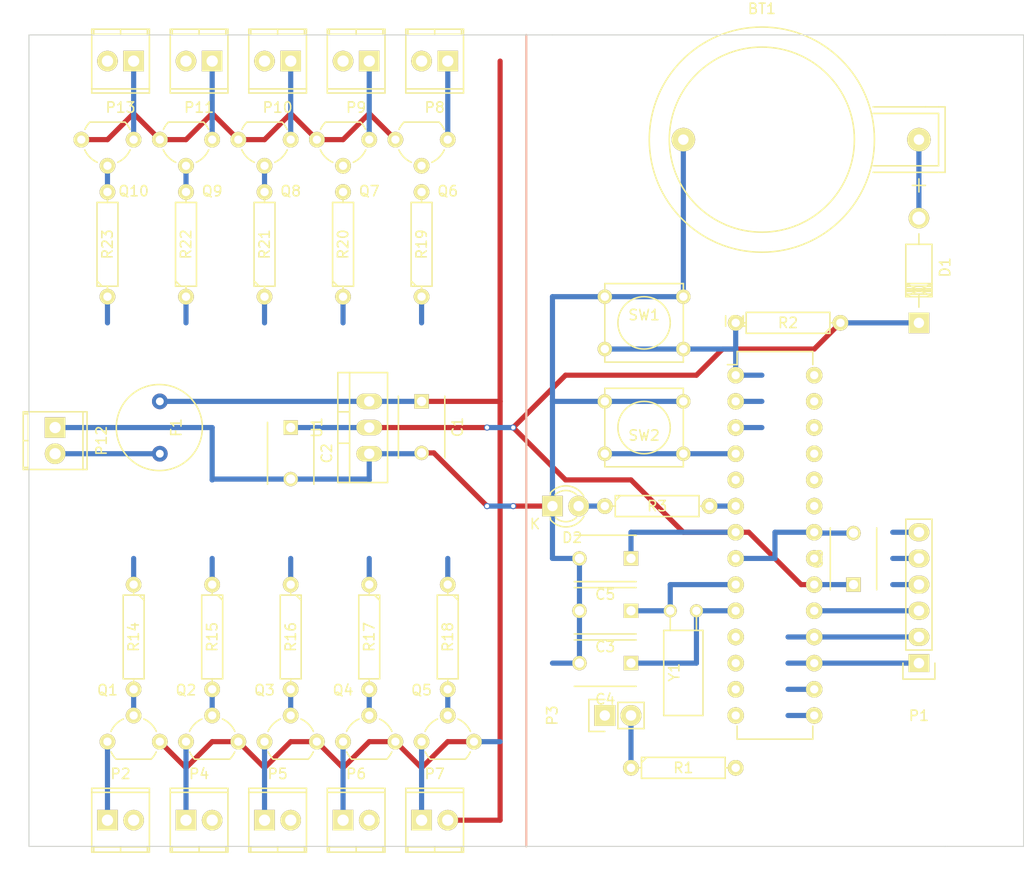
<source format=kicad_pcb>
(kicad_pcb (version 4) (host pcbnew 4.0.2+dfsg1-stable)

  (general
    (links 97)
    (no_connects 30)
    (area 96.469999 58.369999 193.090001 137.210001)
    (thickness 1.6)
    (drawings 11)
    (tracks 143)
    (zones 0)
    (modules 51)
    (nets 45)
  )

  (page A4)
  (layers
    (0 F.Cu signal)
    (31 B.Cu signal)
    (32 B.Adhes user)
    (33 F.Adhes user)
    (34 B.Paste user)
    (35 F.Paste user)
    (36 B.SilkS user)
    (37 F.SilkS user)
    (38 B.Mask user)
    (39 F.Mask user)
    (40 Dwgs.User user)
    (41 Cmts.User user)
    (42 Eco1.User user)
    (43 Eco2.User user)
    (44 Edge.Cuts user)
    (45 Margin user)
    (46 B.CrtYd user)
    (47 F.CrtYd user)
    (48 B.Fab user)
    (49 F.Fab user)
  )

  (setup
    (last_trace_width 0.5)
    (trace_clearance 0.25)
    (zone_clearance 0.508)
    (zone_45_only no)
    (trace_min 0.2)
    (segment_width 0.2)
    (edge_width 0.1)
    (via_size 0.6)
    (via_drill 0.4)
    (via_min_size 0.4)
    (via_min_drill 0.3)
    (uvia_size 0.3)
    (uvia_drill 0.1)
    (uvias_allowed no)
    (uvia_min_size 0.2)
    (uvia_min_drill 0.1)
    (pcb_text_width 0.3)
    (pcb_text_size 1.5 1.5)
    (mod_edge_width 0.15)
    (mod_text_size 1 1)
    (mod_text_width 0.15)
    (pad_size 1.5 1.5)
    (pad_drill 0.6)
    (pad_to_mask_clearance 0)
    (aux_axis_origin 0 0)
    (visible_elements FFFFFF7F)
    (pcbplotparams
      (layerselection 0x00030_80000001)
      (usegerberextensions false)
      (excludeedgelayer true)
      (linewidth 0.100000)
      (plotframeref false)
      (viasonmask false)
      (mode 1)
      (useauxorigin false)
      (hpglpennumber 1)
      (hpglpenspeed 20)
      (hpglpendiameter 15)
      (hpglpenoverlay 2)
      (psnegative false)
      (psa4output false)
      (plotreference true)
      (plotvalue true)
      (plotinvisibletext false)
      (padsonsilk false)
      (subtractmaskfromsilk false)
      (outputformat 1)
      (mirror false)
      (drillshape 1)
      (scaleselection 1)
      (outputdirectory ""))
  )

  (net 0 "")
  (net 1 GND)
  (net 2 "Net-(BT1-Pad1)")
  (net 3 +12V)
  (net 4 VCC)
  (net 5 "Net-(C3-Pad1)")
  (net 6 "Net-(C4-Pad1)")
  (net 7 "Net-(D2-Pad2)")
  (net 8 "Net-(F1-Pad1)")
  (net 9 "Net-(IC1-Pad1)")
  (net 10 "Net-(IC1-Pad2)")
  (net 11 "Net-(IC1-Pad3)")
  (net 12 "Net-(IC1-Pad4)")
  (net 13 "Net-(IC1-Pad6)")
  (net 14 "Net-(IC1-Pad11)")
  (net 15 /a0)
  (net 16 /a1)
  (net 17 /a2)
  (net 18 /a3)
  (net 19 /a4)
  (net 20 /a5)
  (net 21 /a6)
  (net 22 /a7)
  (net 23 /a8)
  (net 24 /a9)
  (net 25 "Net-(Q1-Pad2)")
  (net 26 "Net-(Q2-Pad2)")
  (net 27 "Net-(Q3-Pad2)")
  (net 28 "Net-(Q4-Pad2)")
  (net 29 "Net-(Q5-Pad2)")
  (net 30 "Net-(Q6-Pad2)")
  (net 31 "Net-(Q7-Pad2)")
  (net 32 "Net-(Q8-Pad2)")
  (net 33 "Net-(Q9-Pad2)")
  (net 34 "Net-(Q10-Pad2)")
  (net 35 "Net-(P2-Pad1)")
  (net 36 "Net-(P4-Pad1)")
  (net 37 "Net-(P5-Pad1)")
  (net 38 "Net-(P6-Pad1)")
  (net 39 "Net-(P7-Pad1)")
  (net 40 "Net-(P8-Pad1)")
  (net 41 "Net-(P9-Pad1)")
  (net 42 "Net-(P10-Pad1)")
  (net 43 "Net-(P11-Pad1)")
  (net 44 "Net-(P13-Pad1)")

  (net_class Default "This is the default net class."
    (clearance 0.25)
    (trace_width 0.5)
    (via_dia 0.6)
    (via_drill 0.4)
    (uvia_dia 0.3)
    (uvia_drill 0.1)
    (add_net +12V)
    (add_net /a0)
    (add_net /a1)
    (add_net /a2)
    (add_net /a3)
    (add_net /a4)
    (add_net /a5)
    (add_net /a6)
    (add_net /a7)
    (add_net /a8)
    (add_net /a9)
    (add_net GND)
    (add_net "Net-(BT1-Pad1)")
    (add_net "Net-(C3-Pad1)")
    (add_net "Net-(C4-Pad1)")
    (add_net "Net-(D2-Pad2)")
    (add_net "Net-(F1-Pad1)")
    (add_net "Net-(IC1-Pad1)")
    (add_net "Net-(IC1-Pad11)")
    (add_net "Net-(IC1-Pad2)")
    (add_net "Net-(IC1-Pad3)")
    (add_net "Net-(IC1-Pad4)")
    (add_net "Net-(IC1-Pad6)")
    (add_net "Net-(P10-Pad1)")
    (add_net "Net-(P11-Pad1)")
    (add_net "Net-(P13-Pad1)")
    (add_net "Net-(P2-Pad1)")
    (add_net "Net-(P4-Pad1)")
    (add_net "Net-(P5-Pad1)")
    (add_net "Net-(P6-Pad1)")
    (add_net "Net-(P7-Pad1)")
    (add_net "Net-(P8-Pad1)")
    (add_net "Net-(P9-Pad1)")
    (add_net "Net-(Q1-Pad2)")
    (add_net "Net-(Q10-Pad2)")
    (add_net "Net-(Q2-Pad2)")
    (add_net "Net-(Q3-Pad2)")
    (add_net "Net-(Q4-Pad2)")
    (add_net "Net-(Q5-Pad2)")
    (add_net "Net-(Q6-Pad2)")
    (add_net "Net-(Q7-Pad2)")
    (add_net "Net-(Q8-Pad2)")
    (add_net "Net-(Q9-Pad2)")
    (add_net VCC)
  )

  (module Connect:CR2032H (layer F.Cu) (tedit 0) (tstamp 59FF3B8F)
    (at 167.64 68.58)
    (path /58B55F7B)
    (fp_text reference BT1 (at 0 -12.7) (layer F.SilkS)
      (effects (font (size 1 1) (thickness 0.15)))
    )
    (fp_text value 3V (at 0 12.7) (layer F.Fab)
      (effects (font (size 1 1) (thickness 0.15)))
    )
    (fp_line (start 15.24 3.81) (end 15.24 5.08) (layer F.SilkS) (width 0.15))
    (fp_line (start 14.605 4.445) (end 15.875 4.445) (layer F.SilkS) (width 0.15))
    (fp_line (start 10.795 -2.54) (end 17.145 -2.54) (layer F.SilkS) (width 0.15))
    (fp_line (start 17.145 -2.54) (end 17.145 2.54) (layer F.SilkS) (width 0.15))
    (fp_line (start 17.145 2.54) (end 10.795 2.54) (layer F.SilkS) (width 0.15))
    (fp_line (start 17.145 -3.175) (end 17.78 -3.175) (layer F.SilkS) (width 0.15))
    (fp_line (start 17.78 -3.175) (end 17.78 3.175) (layer F.SilkS) (width 0.15))
    (fp_line (start 17.78 3.175) (end 17.145 3.175) (layer F.SilkS) (width 0.15))
    (fp_line (start 15.875 -3.175) (end 17.145 -3.175) (layer F.SilkS) (width 0.15))
    (fp_line (start 17.145 3.175) (end 10.795 3.175) (layer F.SilkS) (width 0.15))
    (fp_line (start 10.795 -3.175) (end 15.875 -3.175) (layer F.SilkS) (width 0.15))
    (fp_circle (center 0 0) (end -1.27 -8.89) (layer F.SilkS) (width 0.15))
    (fp_circle (center 0 0) (end 6.35 8.89) (layer F.SilkS) (width 0.15))
    (pad 2 thru_hole circle (at -7.62 0) (size 2.286 2.286) (drill 1.016) (layers *.Cu *.Mask F.SilkS)
      (net 1 GND))
    (pad 1 thru_hole circle (at 15.24 0) (size 2.286 2.286) (drill 1.016) (layers *.Cu *.Mask F.SilkS)
      (net 2 "Net-(BT1-Pad1)"))
  )

  (module Capacitors_ThroughHole:C_Disc_D6_P5 (layer F.Cu) (tedit 0) (tstamp 59FF3B95)
    (at 134.62 93.98 270)
    (descr "Capacitor 6mm Disc, Pitch 5mm")
    (tags Capacitor)
    (path /58D2AB7D)
    (fp_text reference C1 (at 2.5 -3.5 270) (layer F.SilkS)
      (effects (font (size 1 1) (thickness 0.15)))
    )
    (fp_text value 100nF (at 2.5 3.5 270) (layer F.Fab)
      (effects (font (size 1 1) (thickness 0.15)))
    )
    (fp_line (start -0.95 -2.5) (end 5.95 -2.5) (layer F.CrtYd) (width 0.05))
    (fp_line (start 5.95 -2.5) (end 5.95 2.5) (layer F.CrtYd) (width 0.05))
    (fp_line (start 5.95 2.5) (end -0.95 2.5) (layer F.CrtYd) (width 0.05))
    (fp_line (start -0.95 2.5) (end -0.95 -2.5) (layer F.CrtYd) (width 0.05))
    (fp_line (start -0.5 -2.25) (end 5.5 -2.25) (layer F.SilkS) (width 0.15))
    (fp_line (start 5.5 2.25) (end -0.5 2.25) (layer F.SilkS) (width 0.15))
    (pad 1 thru_hole rect (at 0 0 270) (size 1.4 1.4) (drill 0.9) (layers *.Cu *.Mask F.SilkS)
      (net 3 +12V))
    (pad 2 thru_hole circle (at 5 0 270) (size 1.4 1.4) (drill 0.9) (layers *.Cu *.Mask F.SilkS)
      (net 1 GND))
    (model Capacitors_ThroughHole.3dshapes/C_Disc_D6_P5.wrl
      (at (xyz 0.0984252 0 0))
      (scale (xyz 1 1 1))
      (rotate (xyz 0 0 0))
    )
  )

  (module Capacitors_ThroughHole:C_Disc_D6_P5 (layer F.Cu) (tedit 0) (tstamp 59FF3BA1)
    (at 154.94 114.3 180)
    (descr "Capacitor 6mm Disc, Pitch 5mm")
    (tags Capacitor)
    (path /59FF59FF)
    (fp_text reference C3 (at 2.5 -3.5 180) (layer F.SilkS)
      (effects (font (size 1 1) (thickness 0.15)))
    )
    (fp_text value 22pF (at 2.5 3.5 180) (layer F.Fab)
      (effects (font (size 1 1) (thickness 0.15)))
    )
    (fp_line (start -0.95 -2.5) (end 5.95 -2.5) (layer F.CrtYd) (width 0.05))
    (fp_line (start 5.95 -2.5) (end 5.95 2.5) (layer F.CrtYd) (width 0.05))
    (fp_line (start 5.95 2.5) (end -0.95 2.5) (layer F.CrtYd) (width 0.05))
    (fp_line (start -0.95 2.5) (end -0.95 -2.5) (layer F.CrtYd) (width 0.05))
    (fp_line (start -0.5 -2.25) (end 5.5 -2.25) (layer F.SilkS) (width 0.15))
    (fp_line (start 5.5 2.25) (end -0.5 2.25) (layer F.SilkS) (width 0.15))
    (pad 1 thru_hole rect (at 0 0 180) (size 1.4 1.4) (drill 0.9) (layers *.Cu *.Mask F.SilkS)
      (net 5 "Net-(C3-Pad1)"))
    (pad 2 thru_hole circle (at 5 0 180) (size 1.4 1.4) (drill 0.9) (layers *.Cu *.Mask F.SilkS)
      (net 1 GND))
    (model Capacitors_ThroughHole.3dshapes/C_Disc_D6_P5.wrl
      (at (xyz 0.0984252 0 0))
      (scale (xyz 1 1 1))
      (rotate (xyz 0 0 0))
    )
  )

  (module Capacitors_ThroughHole:C_Disc_D6_P5 (layer F.Cu) (tedit 0) (tstamp 59FF3BA7)
    (at 154.94 119.38 180)
    (descr "Capacitor 6mm Disc, Pitch 5mm")
    (tags Capacitor)
    (path /59FF6348)
    (fp_text reference C4 (at 2.5 -3.5 180) (layer F.SilkS)
      (effects (font (size 1 1) (thickness 0.15)))
    )
    (fp_text value 22pF (at 2.5 3.5 180) (layer F.Fab)
      (effects (font (size 1 1) (thickness 0.15)))
    )
    (fp_line (start -0.95 -2.5) (end 5.95 -2.5) (layer F.CrtYd) (width 0.05))
    (fp_line (start 5.95 -2.5) (end 5.95 2.5) (layer F.CrtYd) (width 0.05))
    (fp_line (start 5.95 2.5) (end -0.95 2.5) (layer F.CrtYd) (width 0.05))
    (fp_line (start -0.95 2.5) (end -0.95 -2.5) (layer F.CrtYd) (width 0.05))
    (fp_line (start -0.5 -2.25) (end 5.5 -2.25) (layer F.SilkS) (width 0.15))
    (fp_line (start 5.5 2.25) (end -0.5 2.25) (layer F.SilkS) (width 0.15))
    (pad 1 thru_hole rect (at 0 0 180) (size 1.4 1.4) (drill 0.9) (layers *.Cu *.Mask F.SilkS)
      (net 6 "Net-(C4-Pad1)"))
    (pad 2 thru_hole circle (at 5 0 180) (size 1.4 1.4) (drill 0.9) (layers *.Cu *.Mask F.SilkS)
      (net 1 GND))
    (model Capacitors_ThroughHole.3dshapes/C_Disc_D6_P5.wrl
      (at (xyz 0.0984252 0 0))
      (scale (xyz 1 1 1))
      (rotate (xyz 0 0 0))
    )
  )

  (module Diodes_ThroughHole:Diode_DO-41_SOD81_Horizontal_RM10 (layer F.Cu) (tedit 552FFCCE) (tstamp 59FF3BB3)
    (at 182.88 86.36 90)
    (descr "Diode, DO-41, SOD81, Horizontal, RM 10mm,")
    (tags "Diode, DO-41, SOD81, Horizontal, RM 10mm, 1N4007, SB140,")
    (path /58B56687)
    (fp_text reference D1 (at 5.38734 2.53746 90) (layer F.SilkS)
      (effects (font (size 1 1) (thickness 0.15)))
    )
    (fp_text value D (at 4.37134 -3.55854 90) (layer F.Fab)
      (effects (font (size 1 1) (thickness 0.15)))
    )
    (fp_line (start 7.62 -0.00254) (end 8.636 -0.00254) (layer F.SilkS) (width 0.15))
    (fp_line (start 2.794 -0.00254) (end 1.524 -0.00254) (layer F.SilkS) (width 0.15))
    (fp_line (start 3.048 -1.27254) (end 3.048 1.26746) (layer F.SilkS) (width 0.15))
    (fp_line (start 3.302 -1.27254) (end 3.302 1.26746) (layer F.SilkS) (width 0.15))
    (fp_line (start 3.556 -1.27254) (end 3.556 1.26746) (layer F.SilkS) (width 0.15))
    (fp_line (start 2.794 -1.27254) (end 2.794 1.26746) (layer F.SilkS) (width 0.15))
    (fp_line (start 3.81 -1.27254) (end 2.54 1.26746) (layer F.SilkS) (width 0.15))
    (fp_line (start 2.54 -1.27254) (end 3.81 1.26746) (layer F.SilkS) (width 0.15))
    (fp_line (start 3.81 -1.27254) (end 3.81 1.26746) (layer F.SilkS) (width 0.15))
    (fp_line (start 3.175 -1.27254) (end 3.175 1.26746) (layer F.SilkS) (width 0.15))
    (fp_line (start 2.54 1.26746) (end 2.54 -1.27254) (layer F.SilkS) (width 0.15))
    (fp_line (start 2.54 -1.27254) (end 7.62 -1.27254) (layer F.SilkS) (width 0.15))
    (fp_line (start 7.62 -1.27254) (end 7.62 1.26746) (layer F.SilkS) (width 0.15))
    (fp_line (start 7.62 1.26746) (end 2.54 1.26746) (layer F.SilkS) (width 0.15))
    (pad 2 thru_hole circle (at 10.16 -0.00254 270) (size 1.99898 1.99898) (drill 1.27) (layers *.Cu *.Mask F.SilkS)
      (net 2 "Net-(BT1-Pad1)"))
    (pad 1 thru_hole rect (at 0 -0.00254 270) (size 1.99898 1.99898) (drill 1.00076) (layers *.Cu *.Mask F.SilkS)
      (net 4 VCC))
  )

  (module LEDs:LED-3MM (layer F.Cu) (tedit 559B82F6) (tstamp 59FF3BB9)
    (at 147.32 104.14)
    (descr "LED 3mm round vertical")
    (tags "LED  3mm round vertical")
    (path /58B570D3)
    (fp_text reference D2 (at 1.91 3.06) (layer F.SilkS)
      (effects (font (size 1 1) (thickness 0.15)))
    )
    (fp_text value LED (at 1.3 -2.9) (layer F.Fab)
      (effects (font (size 1 1) (thickness 0.15)))
    )
    (fp_line (start -1.2 2.3) (end 3.8 2.3) (layer F.CrtYd) (width 0.05))
    (fp_line (start 3.8 2.3) (end 3.8 -2.2) (layer F.CrtYd) (width 0.05))
    (fp_line (start 3.8 -2.2) (end -1.2 -2.2) (layer F.CrtYd) (width 0.05))
    (fp_line (start -1.2 -2.2) (end -1.2 2.3) (layer F.CrtYd) (width 0.05))
    (fp_line (start -0.199 1.314) (end -0.199 1.114) (layer F.SilkS) (width 0.15))
    (fp_line (start -0.199 -1.28) (end -0.199 -1.1) (layer F.SilkS) (width 0.15))
    (fp_arc (start 1.301 0.034) (end -0.199 -1.286) (angle 108.5) (layer F.SilkS) (width 0.15))
    (fp_arc (start 1.301 0.034) (end 0.25 -1.1) (angle 85.7) (layer F.SilkS) (width 0.15))
    (fp_arc (start 1.311 0.034) (end 3.051 0.994) (angle 110) (layer F.SilkS) (width 0.15))
    (fp_arc (start 1.301 0.034) (end 2.335 1.094) (angle 87.5) (layer F.SilkS) (width 0.15))
    (fp_text user K (at -1.69 1.74) (layer F.SilkS)
      (effects (font (size 1 1) (thickness 0.15)))
    )
    (pad 1 thru_hole rect (at 0 0 90) (size 2 2) (drill 1.00076) (layers *.Cu *.Mask F.SilkS)
      (net 1 GND))
    (pad 2 thru_hole circle (at 2.54 0) (size 2 2) (drill 1.00076) (layers *.Cu *.Mask F.SilkS)
      (net 7 "Net-(D2-Pad2)"))
    (model LEDs.3dshapes/LED-3MM.wrl
      (at (xyz 0.05 0 0))
      (scale (xyz 1 1 1))
      (rotate (xyz 0 0 90))
    )
  )

  (module CUSTOM:FUSE_ROUND (layer F.Cu) (tedit 58CEBD17) (tstamp 59FF3BC5)
    (at 109.22 96.52 90)
    (path /58B8A418)
    (fp_text reference F1 (at 0 1.6 90) (layer F.SilkS)
      (effects (font (size 1 1) (thickness 0.15)))
    )
    (fp_text value FUSE (at 0 -1.5 90) (layer F.Fab)
      (effects (font (size 1 1) (thickness 0.15)))
    )
    (fp_circle (center 0 -0.05) (end 4.175 -0.05) (layer F.SilkS) (width 0.15))
    (fp_circle (center 0 0) (end 4.175 0) (layer F.Fab) (width 0.15))
    (pad 1 thru_hole circle (at -2.54 0 90) (size 1.524 1.524) (drill 0.762) (layers *.Cu *.Mask)
      (net 8 "Net-(F1-Pad1)"))
    (pad 2 thru_hole circle (at 2.54 0 90) (size 1.524 1.524) (drill 0.762) (layers *.Cu *.Mask)
      (net 3 +12V))
  )

  (module Housings_DIP:DIP-28_W7.62mm (layer F.Cu) (tedit 54130A77) (tstamp 59FF3BE5)
    (at 165.1 91.44)
    (descr "28-lead dip package, row spacing 7.62 mm (300 mils)")
    (tags "dil dip 2.54 300")
    (path /58B553AA)
    (fp_text reference IC1 (at 0 -5.22) (layer F.SilkS)
      (effects (font (size 1 1) (thickness 0.15)))
    )
    (fp_text value ATMEGA8-P (at 0 -3.72) (layer F.Fab)
      (effects (font (size 1 1) (thickness 0.15)))
    )
    (fp_line (start -1.05 -2.45) (end -1.05 35.5) (layer F.CrtYd) (width 0.05))
    (fp_line (start 8.65 -2.45) (end 8.65 35.5) (layer F.CrtYd) (width 0.05))
    (fp_line (start -1.05 -2.45) (end 8.65 -2.45) (layer F.CrtYd) (width 0.05))
    (fp_line (start -1.05 35.5) (end 8.65 35.5) (layer F.CrtYd) (width 0.05))
    (fp_line (start 0.135 -2.295) (end 0.135 -1.025) (layer F.SilkS) (width 0.15))
    (fp_line (start 7.485 -2.295) (end 7.485 -1.025) (layer F.SilkS) (width 0.15))
    (fp_line (start 7.485 35.315) (end 7.485 34.045) (layer F.SilkS) (width 0.15))
    (fp_line (start 0.135 35.315) (end 0.135 34.045) (layer F.SilkS) (width 0.15))
    (fp_line (start 0.135 -2.295) (end 7.485 -2.295) (layer F.SilkS) (width 0.15))
    (fp_line (start 0.135 35.315) (end 7.485 35.315) (layer F.SilkS) (width 0.15))
    (fp_line (start 0.135 -1.025) (end -0.8 -1.025) (layer F.SilkS) (width 0.15))
    (pad 1 thru_hole oval (at 0 0) (size 1.6 1.6) (drill 0.8) (layers *.Cu *.Mask F.SilkS)
      (net 9 "Net-(IC1-Pad1)"))
    (pad 2 thru_hole oval (at 0 2.54) (size 1.6 1.6) (drill 0.8) (layers *.Cu *.Mask F.SilkS)
      (net 10 "Net-(IC1-Pad2)"))
    (pad 3 thru_hole oval (at 0 5.08) (size 1.6 1.6) (drill 0.8) (layers *.Cu *.Mask F.SilkS)
      (net 11 "Net-(IC1-Pad3)"))
    (pad 4 thru_hole oval (at 0 7.62) (size 1.6 1.6) (drill 0.8) (layers *.Cu *.Mask F.SilkS)
      (net 12 "Net-(IC1-Pad4)"))
    (pad 5 thru_hole oval (at 0 10.16) (size 1.6 1.6) (drill 0.8) (layers *.Cu *.Mask F.SilkS))
    (pad 6 thru_hole oval (at 0 12.7) (size 1.6 1.6) (drill 0.8) (layers *.Cu *.Mask F.SilkS)
      (net 13 "Net-(IC1-Pad6)"))
    (pad 7 thru_hole oval (at 0 15.24) (size 1.6 1.6) (drill 0.8) (layers *.Cu *.Mask F.SilkS)
      (net 4 VCC))
    (pad 8 thru_hole oval (at 0 17.78) (size 1.6 1.6) (drill 0.8) (layers *.Cu *.Mask F.SilkS)
      (net 1 GND))
    (pad 9 thru_hole oval (at 0 20.32) (size 1.6 1.6) (drill 0.8) (layers *.Cu *.Mask F.SilkS)
      (net 5 "Net-(C3-Pad1)"))
    (pad 10 thru_hole oval (at 0 22.86) (size 1.6 1.6) (drill 0.8) (layers *.Cu *.Mask F.SilkS)
      (net 6 "Net-(C4-Pad1)"))
    (pad 11 thru_hole oval (at 0 25.4) (size 1.6 1.6) (drill 0.8) (layers *.Cu *.Mask F.SilkS)
      (net 14 "Net-(IC1-Pad11)"))
    (pad 12 thru_hole oval (at 0 27.94) (size 1.6 1.6) (drill 0.8) (layers *.Cu *.Mask F.SilkS))
    (pad 13 thru_hole oval (at 0 30.48) (size 1.6 1.6) (drill 0.8) (layers *.Cu *.Mask F.SilkS))
    (pad 14 thru_hole oval (at 0 33.02) (size 1.6 1.6) (drill 0.8) (layers *.Cu *.Mask F.SilkS)
      (net 15 /a0))
    (pad 15 thru_hole oval (at 7.62 33.02) (size 1.6 1.6) (drill 0.8) (layers *.Cu *.Mask F.SilkS)
      (net 16 /a1))
    (pad 16 thru_hole oval (at 7.62 30.48) (size 1.6 1.6) (drill 0.8) (layers *.Cu *.Mask F.SilkS)
      (net 17 /a2))
    (pad 17 thru_hole oval (at 7.62 27.94) (size 1.6 1.6) (drill 0.8) (layers *.Cu *.Mask F.SilkS)
      (net 18 /a3))
    (pad 18 thru_hole oval (at 7.62 25.4) (size 1.6 1.6) (drill 0.8) (layers *.Cu *.Mask F.SilkS)
      (net 19 /a4))
    (pad 19 thru_hole oval (at 7.62 22.86) (size 1.6 1.6) (drill 0.8) (layers *.Cu *.Mask F.SilkS)
      (net 20 /a5))
    (pad 20 thru_hole oval (at 7.62 20.32) (size 1.6 1.6) (drill 0.8) (layers *.Cu *.Mask F.SilkS)
      (net 4 VCC))
    (pad 21 thru_hole oval (at 7.62 17.78) (size 1.6 1.6) (drill 0.8) (layers *.Cu *.Mask F.SilkS))
    (pad 22 thru_hole oval (at 7.62 15.24) (size 1.6 1.6) (drill 0.8) (layers *.Cu *.Mask F.SilkS)
      (net 1 GND))
    (pad 23 thru_hole oval (at 7.62 12.7) (size 1.6 1.6) (drill 0.8) (layers *.Cu *.Mask F.SilkS)
      (net 21 /a6))
    (pad 24 thru_hole oval (at 7.62 10.16) (size 1.6 1.6) (drill 0.8) (layers *.Cu *.Mask F.SilkS)
      (net 22 /a7))
    (pad 25 thru_hole oval (at 7.62 7.62) (size 1.6 1.6) (drill 0.8) (layers *.Cu *.Mask F.SilkS)
      (net 23 /a8))
    (pad 26 thru_hole oval (at 7.62 5.08) (size 1.6 1.6) (drill 0.8) (layers *.Cu *.Mask F.SilkS)
      (net 24 /a9))
    (pad 27 thru_hole oval (at 7.62 2.54) (size 1.6 1.6) (drill 0.8) (layers *.Cu *.Mask F.SilkS))
    (pad 28 thru_hole oval (at 7.62 0) (size 1.6 1.6) (drill 0.8) (layers *.Cu *.Mask F.SilkS))
    (model Housings_DIP.3dshapes/DIP-28_W7.62mm.wrl
      (at (xyz 0 0 0))
      (scale (xyz 1 1 1))
      (rotate (xyz 0 0 0))
    )
  )

  (module Pin_Headers:Pin_Header_Straight_1x06 (layer F.Cu) (tedit 0) (tstamp 59FF3BEF)
    (at 182.88 119.38 180)
    (descr "Through hole pin header")
    (tags "pin header")
    (path /58B96535)
    (fp_text reference P1 (at 0 -5.1 180) (layer F.SilkS)
      (effects (font (size 1 1) (thickness 0.15)))
    )
    (fp_text value CONN_01X06 (at 0 -3.1 180) (layer F.Fab)
      (effects (font (size 1 1) (thickness 0.15)))
    )
    (fp_line (start -1.75 -1.75) (end -1.75 14.45) (layer F.CrtYd) (width 0.05))
    (fp_line (start 1.75 -1.75) (end 1.75 14.45) (layer F.CrtYd) (width 0.05))
    (fp_line (start -1.75 -1.75) (end 1.75 -1.75) (layer F.CrtYd) (width 0.05))
    (fp_line (start -1.75 14.45) (end 1.75 14.45) (layer F.CrtYd) (width 0.05))
    (fp_line (start 1.27 1.27) (end 1.27 13.97) (layer F.SilkS) (width 0.15))
    (fp_line (start 1.27 13.97) (end -1.27 13.97) (layer F.SilkS) (width 0.15))
    (fp_line (start -1.27 13.97) (end -1.27 1.27) (layer F.SilkS) (width 0.15))
    (fp_line (start 1.55 -1.55) (end 1.55 0) (layer F.SilkS) (width 0.15))
    (fp_line (start 1.27 1.27) (end -1.27 1.27) (layer F.SilkS) (width 0.15))
    (fp_line (start -1.55 0) (end -1.55 -1.55) (layer F.SilkS) (width 0.15))
    (fp_line (start -1.55 -1.55) (end 1.55 -1.55) (layer F.SilkS) (width 0.15))
    (pad 1 thru_hole rect (at 0 0 180) (size 2.032 1.7272) (drill 1.016) (layers *.Cu *.Mask F.SilkS)
      (net 18 /a3))
    (pad 2 thru_hole oval (at 0 2.54 180) (size 2.032 1.7272) (drill 1.016) (layers *.Cu *.Mask F.SilkS)
      (net 19 /a4))
    (pad 3 thru_hole oval (at 0 5.08 180) (size 2.032 1.7272) (drill 1.016) (layers *.Cu *.Mask F.SilkS)
      (net 20 /a5))
    (pad 4 thru_hole oval (at 0 7.62 180) (size 2.032 1.7272) (drill 1.016) (layers *.Cu *.Mask F.SilkS)
      (net 11 "Net-(IC1-Pad3)"))
    (pad 5 thru_hole oval (at 0 10.16 180) (size 2.032 1.7272) (drill 1.016) (layers *.Cu *.Mask F.SilkS)
      (net 10 "Net-(IC1-Pad2)"))
    (pad 6 thru_hole oval (at 0 12.7 180) (size 2.032 1.7272) (drill 1.016) (layers *.Cu *.Mask F.SilkS)
      (net 9 "Net-(IC1-Pad1)"))
    (model Pin_Headers.3dshapes/Pin_Header_Straight_1x06.wrl
      (at (xyz 0 -0.25 0))
      (scale (xyz 1 1 1))
      (rotate (xyz 0 0 90))
    )
  )

  (module Pin_Headers:Pin_Header_Straight_1x02 (layer F.Cu) (tedit 54EA090C) (tstamp 59FF3C0D)
    (at 152.4 124.46 90)
    (descr "Through hole pin header")
    (tags "pin header")
    (path /58C00264)
    (fp_text reference P3 (at 0 -5.1 90) (layer F.SilkS)
      (effects (font (size 1 1) (thickness 0.15)))
    )
    (fp_text value CONN_01X02 (at 0 -3.1 90) (layer F.Fab)
      (effects (font (size 1 1) (thickness 0.15)))
    )
    (fp_line (start 1.27 1.27) (end 1.27 3.81) (layer F.SilkS) (width 0.15))
    (fp_line (start 1.55 -1.55) (end 1.55 0) (layer F.SilkS) (width 0.15))
    (fp_line (start -1.75 -1.75) (end -1.75 4.3) (layer F.CrtYd) (width 0.05))
    (fp_line (start 1.75 -1.75) (end 1.75 4.3) (layer F.CrtYd) (width 0.05))
    (fp_line (start -1.75 -1.75) (end 1.75 -1.75) (layer F.CrtYd) (width 0.05))
    (fp_line (start -1.75 4.3) (end 1.75 4.3) (layer F.CrtYd) (width 0.05))
    (fp_line (start 1.27 1.27) (end -1.27 1.27) (layer F.SilkS) (width 0.15))
    (fp_line (start -1.55 0) (end -1.55 -1.55) (layer F.SilkS) (width 0.15))
    (fp_line (start -1.55 -1.55) (end 1.55 -1.55) (layer F.SilkS) (width 0.15))
    (fp_line (start -1.27 1.27) (end -1.27 3.81) (layer F.SilkS) (width 0.15))
    (fp_line (start -1.27 3.81) (end 1.27 3.81) (layer F.SilkS) (width 0.15))
    (pad 1 thru_hole rect (at 0 0 90) (size 2.032 2.032) (drill 1.016) (layers *.Cu *.Mask F.SilkS)
      (net 4 VCC))
    (pad 2 thru_hole oval (at 0 2.54 90) (size 2.032 2.032) (drill 1.016) (layers *.Cu *.Mask F.SilkS)
      (net 14 "Net-(IC1-Pad11)"))
    (model Pin_Headers.3dshapes/Pin_Header_Straight_1x02.wrl
      (at (xyz 0 -0.05 0))
      (scale (xyz 1 1 1))
      (rotate (xyz 0 0 90))
    )
  )

  (module Discret:R4 (layer F.Cu) (tedit 0) (tstamp 59FF3C5F)
    (at 160.02 129.54)
    (descr "Resitance 4 pas")
    (tags R)
    (path /5905E587)
    (fp_text reference R1 (at 0 0) (layer F.SilkS)
      (effects (font (size 1 1) (thickness 0.15)))
    )
    (fp_text value 50K (at 0 0) (layer F.Fab)
      (effects (font (size 1 1) (thickness 0.15)))
    )
    (fp_line (start -5.08 0) (end -4.064 0) (layer F.SilkS) (width 0.15))
    (fp_line (start -4.064 0) (end -4.064 -1.016) (layer F.SilkS) (width 0.15))
    (fp_line (start -4.064 -1.016) (end 4.064 -1.016) (layer F.SilkS) (width 0.15))
    (fp_line (start 4.064 -1.016) (end 4.064 1.016) (layer F.SilkS) (width 0.15))
    (fp_line (start 4.064 1.016) (end -4.064 1.016) (layer F.SilkS) (width 0.15))
    (fp_line (start -4.064 1.016) (end -4.064 0) (layer F.SilkS) (width 0.15))
    (fp_line (start -4.064 -0.508) (end -3.556 -1.016) (layer F.SilkS) (width 0.15))
    (fp_line (start 5.08 0) (end 4.064 0) (layer F.SilkS) (width 0.15))
    (pad 1 thru_hole circle (at -5.08 0) (size 1.524 1.524) (drill 0.8128) (layers *.Cu *.Mask F.SilkS)
      (net 14 "Net-(IC1-Pad11)"))
    (pad 2 thru_hole circle (at 5.08 0) (size 1.524 1.524) (drill 0.8128) (layers *.Cu *.Mask F.SilkS)
      (net 1 GND))
    (model Discret.3dshapes/R4.wrl
      (at (xyz 0 0 0))
      (scale (xyz 0.4 0.4 0.4))
      (rotate (xyz 0 0 0))
    )
  )

  (module Discret:R4 (layer F.Cu) (tedit 0) (tstamp 59FF3C65)
    (at 170.18 86.36 180)
    (descr "Resitance 4 pas")
    (tags R)
    (path /58B5557B)
    (fp_text reference R2 (at 0 0 180) (layer F.SilkS)
      (effects (font (size 1 1) (thickness 0.15)))
    )
    (fp_text value 50K (at 0 0 180) (layer F.Fab)
      (effects (font (size 1 1) (thickness 0.15)))
    )
    (fp_line (start -5.08 0) (end -4.064 0) (layer F.SilkS) (width 0.15))
    (fp_line (start -4.064 0) (end -4.064 -1.016) (layer F.SilkS) (width 0.15))
    (fp_line (start -4.064 -1.016) (end 4.064 -1.016) (layer F.SilkS) (width 0.15))
    (fp_line (start 4.064 -1.016) (end 4.064 1.016) (layer F.SilkS) (width 0.15))
    (fp_line (start 4.064 1.016) (end -4.064 1.016) (layer F.SilkS) (width 0.15))
    (fp_line (start -4.064 1.016) (end -4.064 0) (layer F.SilkS) (width 0.15))
    (fp_line (start -4.064 -0.508) (end -3.556 -1.016) (layer F.SilkS) (width 0.15))
    (fp_line (start 5.08 0) (end 4.064 0) (layer F.SilkS) (width 0.15))
    (pad 1 thru_hole circle (at -5.08 0 180) (size 1.524 1.524) (drill 0.8128) (layers *.Cu *.Mask F.SilkS)
      (net 4 VCC))
    (pad 2 thru_hole circle (at 5.08 0 180) (size 1.524 1.524) (drill 0.8128) (layers *.Cu *.Mask F.SilkS)
      (net 9 "Net-(IC1-Pad1)"))
    (model Discret.3dshapes/R4.wrl
      (at (xyz 0 0 0))
      (scale (xyz 0.4 0.4 0.4))
      (rotate (xyz 0 0 0))
    )
  )

  (module Discret:R4 (layer F.Cu) (tedit 0) (tstamp 59FF3C6B)
    (at 157.48 104.14)
    (descr "Resitance 4 pas")
    (tags R)
    (path /58B5C813)
    (fp_text reference R3 (at 0 0) (layer F.SilkS)
      (effects (font (size 1 1) (thickness 0.15)))
    )
    (fp_text value 160 (at 0 0) (layer F.Fab)
      (effects (font (size 1 1) (thickness 0.15)))
    )
    (fp_line (start -5.08 0) (end -4.064 0) (layer F.SilkS) (width 0.15))
    (fp_line (start -4.064 0) (end -4.064 -1.016) (layer F.SilkS) (width 0.15))
    (fp_line (start -4.064 -1.016) (end 4.064 -1.016) (layer F.SilkS) (width 0.15))
    (fp_line (start 4.064 -1.016) (end 4.064 1.016) (layer F.SilkS) (width 0.15))
    (fp_line (start 4.064 1.016) (end -4.064 1.016) (layer F.SilkS) (width 0.15))
    (fp_line (start -4.064 1.016) (end -4.064 0) (layer F.SilkS) (width 0.15))
    (fp_line (start -4.064 -0.508) (end -3.556 -1.016) (layer F.SilkS) (width 0.15))
    (fp_line (start 5.08 0) (end 4.064 0) (layer F.SilkS) (width 0.15))
    (pad 1 thru_hole circle (at -5.08 0) (size 1.524 1.524) (drill 0.8128) (layers *.Cu *.Mask F.SilkS)
      (net 7 "Net-(D2-Pad2)"))
    (pad 2 thru_hole circle (at 5.08 0) (size 1.524 1.524) (drill 0.8128) (layers *.Cu *.Mask F.SilkS)
      (net 13 "Net-(IC1-Pad6)"))
    (model Discret.3dshapes/R4.wrl
      (at (xyz 0 0 0))
      (scale (xyz 0.4 0.4 0.4))
      (rotate (xyz 0 0 0))
    )
  )

  (module Discret:R4 (layer F.Cu) (tedit 0) (tstamp 59FF3C71)
    (at 106.68 116.84 270)
    (descr "Resitance 4 pas")
    (tags R)
    (path /58B6098B)
    (fp_text reference R14 (at 0 0 270) (layer F.SilkS)
      (effects (font (size 1 1) (thickness 0.15)))
    )
    (fp_text value R (at 0 0 270) (layer F.Fab)
      (effects (font (size 1 1) (thickness 0.15)))
    )
    (fp_line (start -5.08 0) (end -4.064 0) (layer F.SilkS) (width 0.15))
    (fp_line (start -4.064 0) (end -4.064 -1.016) (layer F.SilkS) (width 0.15))
    (fp_line (start -4.064 -1.016) (end 4.064 -1.016) (layer F.SilkS) (width 0.15))
    (fp_line (start 4.064 -1.016) (end 4.064 1.016) (layer F.SilkS) (width 0.15))
    (fp_line (start 4.064 1.016) (end -4.064 1.016) (layer F.SilkS) (width 0.15))
    (fp_line (start -4.064 1.016) (end -4.064 0) (layer F.SilkS) (width 0.15))
    (fp_line (start -4.064 -0.508) (end -3.556 -1.016) (layer F.SilkS) (width 0.15))
    (fp_line (start 5.08 0) (end 4.064 0) (layer F.SilkS) (width 0.15))
    (pad 1 thru_hole circle (at -5.08 0 270) (size 1.524 1.524) (drill 0.8128) (layers *.Cu *.Mask F.SilkS)
      (net 15 /a0))
    (pad 2 thru_hole circle (at 5.08 0 270) (size 1.524 1.524) (drill 0.8128) (layers *.Cu *.Mask F.SilkS)
      (net 25 "Net-(Q1-Pad2)"))
    (model Discret.3dshapes/R4.wrl
      (at (xyz 0 0 0))
      (scale (xyz 0.4 0.4 0.4))
      (rotate (xyz 0 0 0))
    )
  )

  (module Discret:R4 (layer F.Cu) (tedit 0) (tstamp 59FF3C77)
    (at 114.3 116.84 270)
    (descr "Resitance 4 pas")
    (tags R)
    (path /58B61543)
    (fp_text reference R15 (at 0 0 270) (layer F.SilkS)
      (effects (font (size 1 1) (thickness 0.15)))
    )
    (fp_text value R (at 0 0 270) (layer F.Fab)
      (effects (font (size 1 1) (thickness 0.15)))
    )
    (fp_line (start -5.08 0) (end -4.064 0) (layer F.SilkS) (width 0.15))
    (fp_line (start -4.064 0) (end -4.064 -1.016) (layer F.SilkS) (width 0.15))
    (fp_line (start -4.064 -1.016) (end 4.064 -1.016) (layer F.SilkS) (width 0.15))
    (fp_line (start 4.064 -1.016) (end 4.064 1.016) (layer F.SilkS) (width 0.15))
    (fp_line (start 4.064 1.016) (end -4.064 1.016) (layer F.SilkS) (width 0.15))
    (fp_line (start -4.064 1.016) (end -4.064 0) (layer F.SilkS) (width 0.15))
    (fp_line (start -4.064 -0.508) (end -3.556 -1.016) (layer F.SilkS) (width 0.15))
    (fp_line (start 5.08 0) (end 4.064 0) (layer F.SilkS) (width 0.15))
    (pad 1 thru_hole circle (at -5.08 0 270) (size 1.524 1.524) (drill 0.8128) (layers *.Cu *.Mask F.SilkS)
      (net 16 /a1))
    (pad 2 thru_hole circle (at 5.08 0 270) (size 1.524 1.524) (drill 0.8128) (layers *.Cu *.Mask F.SilkS)
      (net 26 "Net-(Q2-Pad2)"))
    (model Discret.3dshapes/R4.wrl
      (at (xyz 0 0 0))
      (scale (xyz 0.4 0.4 0.4))
      (rotate (xyz 0 0 0))
    )
  )

  (module Discret:R4 (layer F.Cu) (tedit 0) (tstamp 59FF3C7D)
    (at 121.92 116.84 270)
    (descr "Resitance 4 pas")
    (tags R)
    (path /58B617E5)
    (fp_text reference R16 (at 0 0 270) (layer F.SilkS)
      (effects (font (size 1 1) (thickness 0.15)))
    )
    (fp_text value R (at 0 0 270) (layer F.Fab)
      (effects (font (size 1 1) (thickness 0.15)))
    )
    (fp_line (start -5.08 0) (end -4.064 0) (layer F.SilkS) (width 0.15))
    (fp_line (start -4.064 0) (end -4.064 -1.016) (layer F.SilkS) (width 0.15))
    (fp_line (start -4.064 -1.016) (end 4.064 -1.016) (layer F.SilkS) (width 0.15))
    (fp_line (start 4.064 -1.016) (end 4.064 1.016) (layer F.SilkS) (width 0.15))
    (fp_line (start 4.064 1.016) (end -4.064 1.016) (layer F.SilkS) (width 0.15))
    (fp_line (start -4.064 1.016) (end -4.064 0) (layer F.SilkS) (width 0.15))
    (fp_line (start -4.064 -0.508) (end -3.556 -1.016) (layer F.SilkS) (width 0.15))
    (fp_line (start 5.08 0) (end 4.064 0) (layer F.SilkS) (width 0.15))
    (pad 1 thru_hole circle (at -5.08 0 270) (size 1.524 1.524) (drill 0.8128) (layers *.Cu *.Mask F.SilkS)
      (net 17 /a2))
    (pad 2 thru_hole circle (at 5.08 0 270) (size 1.524 1.524) (drill 0.8128) (layers *.Cu *.Mask F.SilkS)
      (net 27 "Net-(Q3-Pad2)"))
    (model Discret.3dshapes/R4.wrl
      (at (xyz 0 0 0))
      (scale (xyz 0.4 0.4 0.4))
      (rotate (xyz 0 0 0))
    )
  )

  (module Discret:R4 (layer F.Cu) (tedit 0) (tstamp 59FF3C83)
    (at 129.54 116.84 270)
    (descr "Resitance 4 pas")
    (tags R)
    (path /58B61937)
    (fp_text reference R17 (at 0 0 270) (layer F.SilkS)
      (effects (font (size 1 1) (thickness 0.15)))
    )
    (fp_text value R (at 0 0 270) (layer F.Fab)
      (effects (font (size 1 1) (thickness 0.15)))
    )
    (fp_line (start -5.08 0) (end -4.064 0) (layer F.SilkS) (width 0.15))
    (fp_line (start -4.064 0) (end -4.064 -1.016) (layer F.SilkS) (width 0.15))
    (fp_line (start -4.064 -1.016) (end 4.064 -1.016) (layer F.SilkS) (width 0.15))
    (fp_line (start 4.064 -1.016) (end 4.064 1.016) (layer F.SilkS) (width 0.15))
    (fp_line (start 4.064 1.016) (end -4.064 1.016) (layer F.SilkS) (width 0.15))
    (fp_line (start -4.064 1.016) (end -4.064 0) (layer F.SilkS) (width 0.15))
    (fp_line (start -4.064 -0.508) (end -3.556 -1.016) (layer F.SilkS) (width 0.15))
    (fp_line (start 5.08 0) (end 4.064 0) (layer F.SilkS) (width 0.15))
    (pad 1 thru_hole circle (at -5.08 0 270) (size 1.524 1.524) (drill 0.8128) (layers *.Cu *.Mask F.SilkS)
      (net 18 /a3))
    (pad 2 thru_hole circle (at 5.08 0 270) (size 1.524 1.524) (drill 0.8128) (layers *.Cu *.Mask F.SilkS)
      (net 28 "Net-(Q4-Pad2)"))
    (model Discret.3dshapes/R4.wrl
      (at (xyz 0 0 0))
      (scale (xyz 0.4 0.4 0.4))
      (rotate (xyz 0 0 0))
    )
  )

  (module Discret:R4 (layer F.Cu) (tedit 0) (tstamp 59FF3C89)
    (at 137.16 116.84 270)
    (descr "Resitance 4 pas")
    (tags R)
    (path /58B61A0F)
    (fp_text reference R18 (at 0 0 270) (layer F.SilkS)
      (effects (font (size 1 1) (thickness 0.15)))
    )
    (fp_text value R (at 0 0 270) (layer F.Fab)
      (effects (font (size 1 1) (thickness 0.15)))
    )
    (fp_line (start -5.08 0) (end -4.064 0) (layer F.SilkS) (width 0.15))
    (fp_line (start -4.064 0) (end -4.064 -1.016) (layer F.SilkS) (width 0.15))
    (fp_line (start -4.064 -1.016) (end 4.064 -1.016) (layer F.SilkS) (width 0.15))
    (fp_line (start 4.064 -1.016) (end 4.064 1.016) (layer F.SilkS) (width 0.15))
    (fp_line (start 4.064 1.016) (end -4.064 1.016) (layer F.SilkS) (width 0.15))
    (fp_line (start -4.064 1.016) (end -4.064 0) (layer F.SilkS) (width 0.15))
    (fp_line (start -4.064 -0.508) (end -3.556 -1.016) (layer F.SilkS) (width 0.15))
    (fp_line (start 5.08 0) (end 4.064 0) (layer F.SilkS) (width 0.15))
    (pad 1 thru_hole circle (at -5.08 0 270) (size 1.524 1.524) (drill 0.8128) (layers *.Cu *.Mask F.SilkS)
      (net 19 /a4))
    (pad 2 thru_hole circle (at 5.08 0 270) (size 1.524 1.524) (drill 0.8128) (layers *.Cu *.Mask F.SilkS)
      (net 29 "Net-(Q5-Pad2)"))
    (model Discret.3dshapes/R4.wrl
      (at (xyz 0 0 0))
      (scale (xyz 0.4 0.4 0.4))
      (rotate (xyz 0 0 0))
    )
  )

  (module Discret:R4 (layer F.Cu) (tedit 0) (tstamp 59FF3C8F)
    (at 134.62 78.74 90)
    (descr "Resitance 4 pas")
    (tags R)
    (path /58B61C37)
    (fp_text reference R19 (at 0 0 90) (layer F.SilkS)
      (effects (font (size 1 1) (thickness 0.15)))
    )
    (fp_text value R (at 0 0 90) (layer F.Fab)
      (effects (font (size 1 1) (thickness 0.15)))
    )
    (fp_line (start -5.08 0) (end -4.064 0) (layer F.SilkS) (width 0.15))
    (fp_line (start -4.064 0) (end -4.064 -1.016) (layer F.SilkS) (width 0.15))
    (fp_line (start -4.064 -1.016) (end 4.064 -1.016) (layer F.SilkS) (width 0.15))
    (fp_line (start 4.064 -1.016) (end 4.064 1.016) (layer F.SilkS) (width 0.15))
    (fp_line (start 4.064 1.016) (end -4.064 1.016) (layer F.SilkS) (width 0.15))
    (fp_line (start -4.064 1.016) (end -4.064 0) (layer F.SilkS) (width 0.15))
    (fp_line (start -4.064 -0.508) (end -3.556 -1.016) (layer F.SilkS) (width 0.15))
    (fp_line (start 5.08 0) (end 4.064 0) (layer F.SilkS) (width 0.15))
    (pad 1 thru_hole circle (at -5.08 0 90) (size 1.524 1.524) (drill 0.8128) (layers *.Cu *.Mask F.SilkS)
      (net 20 /a5))
    (pad 2 thru_hole circle (at 5.08 0 90) (size 1.524 1.524) (drill 0.8128) (layers *.Cu *.Mask F.SilkS)
      (net 30 "Net-(Q6-Pad2)"))
    (model Discret.3dshapes/R4.wrl
      (at (xyz 0 0 0))
      (scale (xyz 0.4 0.4 0.4))
      (rotate (xyz 0 0 0))
    )
  )

  (module Discret:R4 (layer F.Cu) (tedit 0) (tstamp 59FF3C95)
    (at 127 78.74 90)
    (descr "Resitance 4 pas")
    (tags R)
    (path /58B61CB0)
    (fp_text reference R20 (at 0 0 90) (layer F.SilkS)
      (effects (font (size 1 1) (thickness 0.15)))
    )
    (fp_text value R (at 0 0 90) (layer F.Fab)
      (effects (font (size 1 1) (thickness 0.15)))
    )
    (fp_line (start -5.08 0) (end -4.064 0) (layer F.SilkS) (width 0.15))
    (fp_line (start -4.064 0) (end -4.064 -1.016) (layer F.SilkS) (width 0.15))
    (fp_line (start -4.064 -1.016) (end 4.064 -1.016) (layer F.SilkS) (width 0.15))
    (fp_line (start 4.064 -1.016) (end 4.064 1.016) (layer F.SilkS) (width 0.15))
    (fp_line (start 4.064 1.016) (end -4.064 1.016) (layer F.SilkS) (width 0.15))
    (fp_line (start -4.064 1.016) (end -4.064 0) (layer F.SilkS) (width 0.15))
    (fp_line (start -4.064 -0.508) (end -3.556 -1.016) (layer F.SilkS) (width 0.15))
    (fp_line (start 5.08 0) (end 4.064 0) (layer F.SilkS) (width 0.15))
    (pad 1 thru_hole circle (at -5.08 0 90) (size 1.524 1.524) (drill 0.8128) (layers *.Cu *.Mask F.SilkS)
      (net 21 /a6))
    (pad 2 thru_hole circle (at 5.08 0 90) (size 1.524 1.524) (drill 0.8128) (layers *.Cu *.Mask F.SilkS)
      (net 31 "Net-(Q7-Pad2)"))
    (model Discret.3dshapes/R4.wrl
      (at (xyz 0 0 0))
      (scale (xyz 0.4 0.4 0.4))
      (rotate (xyz 0 0 0))
    )
  )

  (module Discret:R4 (layer F.Cu) (tedit 0) (tstamp 59FF3C9B)
    (at 119.38 78.74 90)
    (descr "Resitance 4 pas")
    (tags R)
    (path /58B61D2B)
    (fp_text reference R21 (at 0 0 90) (layer F.SilkS)
      (effects (font (size 1 1) (thickness 0.15)))
    )
    (fp_text value R (at 0 0 90) (layer F.Fab)
      (effects (font (size 1 1) (thickness 0.15)))
    )
    (fp_line (start -5.08 0) (end -4.064 0) (layer F.SilkS) (width 0.15))
    (fp_line (start -4.064 0) (end -4.064 -1.016) (layer F.SilkS) (width 0.15))
    (fp_line (start -4.064 -1.016) (end 4.064 -1.016) (layer F.SilkS) (width 0.15))
    (fp_line (start 4.064 -1.016) (end 4.064 1.016) (layer F.SilkS) (width 0.15))
    (fp_line (start 4.064 1.016) (end -4.064 1.016) (layer F.SilkS) (width 0.15))
    (fp_line (start -4.064 1.016) (end -4.064 0) (layer F.SilkS) (width 0.15))
    (fp_line (start -4.064 -0.508) (end -3.556 -1.016) (layer F.SilkS) (width 0.15))
    (fp_line (start 5.08 0) (end 4.064 0) (layer F.SilkS) (width 0.15))
    (pad 1 thru_hole circle (at -5.08 0 90) (size 1.524 1.524) (drill 0.8128) (layers *.Cu *.Mask F.SilkS)
      (net 22 /a7))
    (pad 2 thru_hole circle (at 5.08 0 90) (size 1.524 1.524) (drill 0.8128) (layers *.Cu *.Mask F.SilkS)
      (net 32 "Net-(Q8-Pad2)"))
    (model Discret.3dshapes/R4.wrl
      (at (xyz 0 0 0))
      (scale (xyz 0.4 0.4 0.4))
      (rotate (xyz 0 0 0))
    )
  )

  (module Discret:R4 (layer F.Cu) (tedit 0) (tstamp 59FF3CA1)
    (at 111.76 78.74 90)
    (descr "Resitance 4 pas")
    (tags R)
    (path /58B61DA6)
    (fp_text reference R22 (at 0 0 90) (layer F.SilkS)
      (effects (font (size 1 1) (thickness 0.15)))
    )
    (fp_text value R (at 0 0 90) (layer F.Fab)
      (effects (font (size 1 1) (thickness 0.15)))
    )
    (fp_line (start -5.08 0) (end -4.064 0) (layer F.SilkS) (width 0.15))
    (fp_line (start -4.064 0) (end -4.064 -1.016) (layer F.SilkS) (width 0.15))
    (fp_line (start -4.064 -1.016) (end 4.064 -1.016) (layer F.SilkS) (width 0.15))
    (fp_line (start 4.064 -1.016) (end 4.064 1.016) (layer F.SilkS) (width 0.15))
    (fp_line (start 4.064 1.016) (end -4.064 1.016) (layer F.SilkS) (width 0.15))
    (fp_line (start -4.064 1.016) (end -4.064 0) (layer F.SilkS) (width 0.15))
    (fp_line (start -4.064 -0.508) (end -3.556 -1.016) (layer F.SilkS) (width 0.15))
    (fp_line (start 5.08 0) (end 4.064 0) (layer F.SilkS) (width 0.15))
    (pad 1 thru_hole circle (at -5.08 0 90) (size 1.524 1.524) (drill 0.8128) (layers *.Cu *.Mask F.SilkS)
      (net 23 /a8))
    (pad 2 thru_hole circle (at 5.08 0 90) (size 1.524 1.524) (drill 0.8128) (layers *.Cu *.Mask F.SilkS)
      (net 33 "Net-(Q9-Pad2)"))
    (model Discret.3dshapes/R4.wrl
      (at (xyz 0 0 0))
      (scale (xyz 0.4 0.4 0.4))
      (rotate (xyz 0 0 0))
    )
  )

  (module Discret:R4 (layer F.Cu) (tedit 0) (tstamp 59FF3CA7)
    (at 104.14 78.74 90)
    (descr "Resitance 4 pas")
    (tags R)
    (path /58B61E27)
    (fp_text reference R23 (at 0 0 90) (layer F.SilkS)
      (effects (font (size 1 1) (thickness 0.15)))
    )
    (fp_text value R (at 0 0 90) (layer F.Fab)
      (effects (font (size 1 1) (thickness 0.15)))
    )
    (fp_line (start -5.08 0) (end -4.064 0) (layer F.SilkS) (width 0.15))
    (fp_line (start -4.064 0) (end -4.064 -1.016) (layer F.SilkS) (width 0.15))
    (fp_line (start -4.064 -1.016) (end 4.064 -1.016) (layer F.SilkS) (width 0.15))
    (fp_line (start 4.064 -1.016) (end 4.064 1.016) (layer F.SilkS) (width 0.15))
    (fp_line (start 4.064 1.016) (end -4.064 1.016) (layer F.SilkS) (width 0.15))
    (fp_line (start -4.064 1.016) (end -4.064 0) (layer F.SilkS) (width 0.15))
    (fp_line (start -4.064 -0.508) (end -3.556 -1.016) (layer F.SilkS) (width 0.15))
    (fp_line (start 5.08 0) (end 4.064 0) (layer F.SilkS) (width 0.15))
    (pad 1 thru_hole circle (at -5.08 0 90) (size 1.524 1.524) (drill 0.8128) (layers *.Cu *.Mask F.SilkS)
      (net 24 /a9))
    (pad 2 thru_hole circle (at 5.08 0 90) (size 1.524 1.524) (drill 0.8128) (layers *.Cu *.Mask F.SilkS)
      (net 34 "Net-(Q10-Pad2)"))
    (model Discret.3dshapes/R4.wrl
      (at (xyz 0 0 0))
      (scale (xyz 0.4 0.4 0.4))
      (rotate (xyz 0 0 0))
    )
  )

  (module Buttons_Switches_ThroughHole:SW_PUSH_SMALL (layer F.Cu) (tedit 0) (tstamp 59FF3CAF)
    (at 156.21 86.36)
    (path /58B55506)
    (fp_text reference SW1 (at 0 -0.762) (layer F.SilkS)
      (effects (font (size 1 1) (thickness 0.15)))
    )
    (fp_text value SW_PUSH (at 0 1.016) (layer F.Fab)
      (effects (font (size 1 1) (thickness 0.15)))
    )
    (fp_circle (center 0 0) (end 0 -2.54) (layer F.SilkS) (width 0.15))
    (fp_line (start -3.81 -3.81) (end 3.81 -3.81) (layer F.SilkS) (width 0.15))
    (fp_line (start 3.81 -3.81) (end 3.81 3.81) (layer F.SilkS) (width 0.15))
    (fp_line (start 3.81 3.81) (end -3.81 3.81) (layer F.SilkS) (width 0.15))
    (fp_line (start -3.81 -3.81) (end -3.81 3.81) (layer F.SilkS) (width 0.15))
    (pad 1 thru_hole circle (at 3.81 -2.54) (size 1.397 1.397) (drill 0.8128) (layers *.Cu *.Mask F.SilkS)
      (net 1 GND))
    (pad 2 thru_hole circle (at 3.81 2.54) (size 1.397 1.397) (drill 0.8128) (layers *.Cu *.Mask F.SilkS)
      (net 9 "Net-(IC1-Pad1)"))
    (pad 1 thru_hole circle (at -3.81 -2.54) (size 1.397 1.397) (drill 0.8128) (layers *.Cu *.Mask F.SilkS)
      (net 1 GND))
    (pad 2 thru_hole circle (at -3.81 2.54) (size 1.397 1.397) (drill 0.8128) (layers *.Cu *.Mask F.SilkS)
      (net 9 "Net-(IC1-Pad1)"))
  )

  (module Buttons_Switches_ThroughHole:SW_PUSH_SMALL (layer F.Cu) (tedit 0) (tstamp 59FF3CB7)
    (at 156.21 96.52 180)
    (path /58B573FD)
    (fp_text reference SW2 (at 0 -0.762 180) (layer F.SilkS)
      (effects (font (size 1 1) (thickness 0.15)))
    )
    (fp_text value SW_PUSH (at 0 1.016 180) (layer F.Fab)
      (effects (font (size 1 1) (thickness 0.15)))
    )
    (fp_circle (center 0 0) (end 0 -2.54) (layer F.SilkS) (width 0.15))
    (fp_line (start -3.81 -3.81) (end 3.81 -3.81) (layer F.SilkS) (width 0.15))
    (fp_line (start 3.81 -3.81) (end 3.81 3.81) (layer F.SilkS) (width 0.15))
    (fp_line (start 3.81 3.81) (end -3.81 3.81) (layer F.SilkS) (width 0.15))
    (fp_line (start -3.81 -3.81) (end -3.81 3.81) (layer F.SilkS) (width 0.15))
    (pad 1 thru_hole circle (at 3.81 -2.54 180) (size 1.397 1.397) (drill 0.8128) (layers *.Cu *.Mask F.SilkS)
      (net 12 "Net-(IC1-Pad4)"))
    (pad 2 thru_hole circle (at 3.81 2.54 180) (size 1.397 1.397) (drill 0.8128) (layers *.Cu *.Mask F.SilkS)
      (net 1 GND))
    (pad 1 thru_hole circle (at -3.81 -2.54 180) (size 1.397 1.397) (drill 0.8128) (layers *.Cu *.Mask F.SilkS)
      (net 12 "Net-(IC1-Pad4)"))
    (pad 2 thru_hole circle (at -3.81 2.54 180) (size 1.397 1.397) (drill 0.8128) (layers *.Cu *.Mask F.SilkS)
      (net 1 GND))
  )

  (module Terminal_Blocks:TerminalBlock_Pheonix_MPT-2.54mm_2pol (layer F.Cu) (tedit 0) (tstamp 59FF4491)
    (at 104.14 134.62)
    (descr "2-way 2.54mm pitch terminal block, Phoenix MPT series")
    (path /59FF4F70)
    (fp_text reference P2 (at 1.27 -4.50088) (layer F.SilkS)
      (effects (font (size 1 1) (thickness 0.15)))
    )
    (fp_text value CONN_01X02 (at 1.27 4.50088) (layer F.Fab)
      (effects (font (size 1 1) (thickness 0.15)))
    )
    (fp_line (start -1.7 -3.3) (end 4.3 -3.3) (layer F.CrtYd) (width 0.05))
    (fp_line (start -1.7 3.3) (end -1.7 -3.3) (layer F.CrtYd) (width 0.05))
    (fp_line (start 4.3 3.3) (end -1.7 3.3) (layer F.CrtYd) (width 0.05))
    (fp_line (start 4.3 -3.3) (end 4.3 3.3) (layer F.CrtYd) (width 0.05))
    (fp_line (start 4.06908 2.60096) (end -1.52908 2.60096) (layer F.SilkS) (width 0.15))
    (fp_line (start -1.33096 3.0988) (end -1.33096 2.60096) (layer F.SilkS) (width 0.15))
    (fp_line (start 3.87096 2.60096) (end 3.87096 3.0988) (layer F.SilkS) (width 0.15))
    (fp_line (start 1.27 3.0988) (end 1.27 2.60096) (layer F.SilkS) (width 0.15))
    (fp_line (start -1.52908 -2.70002) (end 4.06908 -2.70002) (layer F.SilkS) (width 0.15))
    (fp_line (start -1.52908 3.0988) (end 4.06908 3.0988) (layer F.SilkS) (width 0.15))
    (fp_line (start 4.06908 3.0988) (end 4.06908 -3.0988) (layer F.SilkS) (width 0.15))
    (fp_line (start 4.06908 -3.0988) (end -1.52908 -3.0988) (layer F.SilkS) (width 0.15))
    (fp_line (start -1.52908 -3.0988) (end -1.52908 3.0988) (layer F.SilkS) (width 0.15))
    (pad 2 thru_hole oval (at 2.54 0) (size 1.99898 1.99898) (drill 1.09728) (layers *.Cu *.Mask F.SilkS)
      (net 3 +12V))
    (pad 1 thru_hole rect (at 0 0) (size 1.99898 1.99898) (drill 1.09728) (layers *.Cu *.Mask F.SilkS)
      (net 35 "Net-(P2-Pad1)"))
    (model Terminal_Blocks.3dshapes/TerminalBlock_Pheonix_MPT-2.54mm_2pol.wrl
      (at (xyz 0.05 0 0))
      (scale (xyz 1 1 1))
      (rotate (xyz 0 0 0))
    )
  )

  (module Terminal_Blocks:TerminalBlock_Pheonix_MPT-2.54mm_2pol (layer F.Cu) (tedit 0) (tstamp 59FF449B)
    (at 111.76 134.62)
    (descr "2-way 2.54mm pitch terminal block, Phoenix MPT series")
    (path /59FF6370)
    (fp_text reference P4 (at 1.27 -4.50088) (layer F.SilkS)
      (effects (font (size 1 1) (thickness 0.15)))
    )
    (fp_text value CONN_01X02 (at 1.27 4.50088) (layer F.Fab)
      (effects (font (size 1 1) (thickness 0.15)))
    )
    (fp_line (start -1.7 -3.3) (end 4.3 -3.3) (layer F.CrtYd) (width 0.05))
    (fp_line (start -1.7 3.3) (end -1.7 -3.3) (layer F.CrtYd) (width 0.05))
    (fp_line (start 4.3 3.3) (end -1.7 3.3) (layer F.CrtYd) (width 0.05))
    (fp_line (start 4.3 -3.3) (end 4.3 3.3) (layer F.CrtYd) (width 0.05))
    (fp_line (start 4.06908 2.60096) (end -1.52908 2.60096) (layer F.SilkS) (width 0.15))
    (fp_line (start -1.33096 3.0988) (end -1.33096 2.60096) (layer F.SilkS) (width 0.15))
    (fp_line (start 3.87096 2.60096) (end 3.87096 3.0988) (layer F.SilkS) (width 0.15))
    (fp_line (start 1.27 3.0988) (end 1.27 2.60096) (layer F.SilkS) (width 0.15))
    (fp_line (start -1.52908 -2.70002) (end 4.06908 -2.70002) (layer F.SilkS) (width 0.15))
    (fp_line (start -1.52908 3.0988) (end 4.06908 3.0988) (layer F.SilkS) (width 0.15))
    (fp_line (start 4.06908 3.0988) (end 4.06908 -3.0988) (layer F.SilkS) (width 0.15))
    (fp_line (start 4.06908 -3.0988) (end -1.52908 -3.0988) (layer F.SilkS) (width 0.15))
    (fp_line (start -1.52908 -3.0988) (end -1.52908 3.0988) (layer F.SilkS) (width 0.15))
    (pad 2 thru_hole oval (at 2.54 0) (size 1.99898 1.99898) (drill 1.09728) (layers *.Cu *.Mask F.SilkS)
      (net 3 +12V))
    (pad 1 thru_hole rect (at 0 0) (size 1.99898 1.99898) (drill 1.09728) (layers *.Cu *.Mask F.SilkS)
      (net 36 "Net-(P4-Pad1)"))
    (model Terminal_Blocks.3dshapes/TerminalBlock_Pheonix_MPT-2.54mm_2pol.wrl
      (at (xyz 0.05 0 0))
      (scale (xyz 1 1 1))
      (rotate (xyz 0 0 0))
    )
  )

  (module Terminal_Blocks:TerminalBlock_Pheonix_MPT-2.54mm_2pol (layer F.Cu) (tedit 0) (tstamp 59FF44A1)
    (at 119.38 134.62)
    (descr "2-way 2.54mm pitch terminal block, Phoenix MPT series")
    (path /59FF6422)
    (fp_text reference P5 (at 1.27 -4.50088) (layer F.SilkS)
      (effects (font (size 1 1) (thickness 0.15)))
    )
    (fp_text value CONN_01X02 (at 1.27 4.50088) (layer F.Fab)
      (effects (font (size 1 1) (thickness 0.15)))
    )
    (fp_line (start -1.7 -3.3) (end 4.3 -3.3) (layer F.CrtYd) (width 0.05))
    (fp_line (start -1.7 3.3) (end -1.7 -3.3) (layer F.CrtYd) (width 0.05))
    (fp_line (start 4.3 3.3) (end -1.7 3.3) (layer F.CrtYd) (width 0.05))
    (fp_line (start 4.3 -3.3) (end 4.3 3.3) (layer F.CrtYd) (width 0.05))
    (fp_line (start 4.06908 2.60096) (end -1.52908 2.60096) (layer F.SilkS) (width 0.15))
    (fp_line (start -1.33096 3.0988) (end -1.33096 2.60096) (layer F.SilkS) (width 0.15))
    (fp_line (start 3.87096 2.60096) (end 3.87096 3.0988) (layer F.SilkS) (width 0.15))
    (fp_line (start 1.27 3.0988) (end 1.27 2.60096) (layer F.SilkS) (width 0.15))
    (fp_line (start -1.52908 -2.70002) (end 4.06908 -2.70002) (layer F.SilkS) (width 0.15))
    (fp_line (start -1.52908 3.0988) (end 4.06908 3.0988) (layer F.SilkS) (width 0.15))
    (fp_line (start 4.06908 3.0988) (end 4.06908 -3.0988) (layer F.SilkS) (width 0.15))
    (fp_line (start 4.06908 -3.0988) (end -1.52908 -3.0988) (layer F.SilkS) (width 0.15))
    (fp_line (start -1.52908 -3.0988) (end -1.52908 3.0988) (layer F.SilkS) (width 0.15))
    (pad 2 thru_hole oval (at 2.54 0) (size 1.99898 1.99898) (drill 1.09728) (layers *.Cu *.Mask F.SilkS)
      (net 3 +12V))
    (pad 1 thru_hole rect (at 0 0) (size 1.99898 1.99898) (drill 1.09728) (layers *.Cu *.Mask F.SilkS)
      (net 37 "Net-(P5-Pad1)"))
    (model Terminal_Blocks.3dshapes/TerminalBlock_Pheonix_MPT-2.54mm_2pol.wrl
      (at (xyz 0.05 0 0))
      (scale (xyz 1 1 1))
      (rotate (xyz 0 0 0))
    )
  )

  (module Terminal_Blocks:TerminalBlock_Pheonix_MPT-2.54mm_2pol (layer F.Cu) (tedit 0) (tstamp 59FF44A7)
    (at 127 134.62)
    (descr "2-way 2.54mm pitch terminal block, Phoenix MPT series")
    (path /59FF64C3)
    (fp_text reference P6 (at 1.27 -4.50088) (layer F.SilkS)
      (effects (font (size 1 1) (thickness 0.15)))
    )
    (fp_text value CONN_01X02 (at 1.27 4.50088) (layer F.Fab)
      (effects (font (size 1 1) (thickness 0.15)))
    )
    (fp_line (start -1.7 -3.3) (end 4.3 -3.3) (layer F.CrtYd) (width 0.05))
    (fp_line (start -1.7 3.3) (end -1.7 -3.3) (layer F.CrtYd) (width 0.05))
    (fp_line (start 4.3 3.3) (end -1.7 3.3) (layer F.CrtYd) (width 0.05))
    (fp_line (start 4.3 -3.3) (end 4.3 3.3) (layer F.CrtYd) (width 0.05))
    (fp_line (start 4.06908 2.60096) (end -1.52908 2.60096) (layer F.SilkS) (width 0.15))
    (fp_line (start -1.33096 3.0988) (end -1.33096 2.60096) (layer F.SilkS) (width 0.15))
    (fp_line (start 3.87096 2.60096) (end 3.87096 3.0988) (layer F.SilkS) (width 0.15))
    (fp_line (start 1.27 3.0988) (end 1.27 2.60096) (layer F.SilkS) (width 0.15))
    (fp_line (start -1.52908 -2.70002) (end 4.06908 -2.70002) (layer F.SilkS) (width 0.15))
    (fp_line (start -1.52908 3.0988) (end 4.06908 3.0988) (layer F.SilkS) (width 0.15))
    (fp_line (start 4.06908 3.0988) (end 4.06908 -3.0988) (layer F.SilkS) (width 0.15))
    (fp_line (start 4.06908 -3.0988) (end -1.52908 -3.0988) (layer F.SilkS) (width 0.15))
    (fp_line (start -1.52908 -3.0988) (end -1.52908 3.0988) (layer F.SilkS) (width 0.15))
    (pad 2 thru_hole oval (at 2.54 0) (size 1.99898 1.99898) (drill 1.09728) (layers *.Cu *.Mask F.SilkS)
      (net 3 +12V))
    (pad 1 thru_hole rect (at 0 0) (size 1.99898 1.99898) (drill 1.09728) (layers *.Cu *.Mask F.SilkS)
      (net 38 "Net-(P6-Pad1)"))
    (model Terminal_Blocks.3dshapes/TerminalBlock_Pheonix_MPT-2.54mm_2pol.wrl
      (at (xyz 0.05 0 0))
      (scale (xyz 1 1 1))
      (rotate (xyz 0 0 0))
    )
  )

  (module Terminal_Blocks:TerminalBlock_Pheonix_MPT-2.54mm_2pol (layer F.Cu) (tedit 0) (tstamp 59FF44AD)
    (at 134.62 134.62)
    (descr "2-way 2.54mm pitch terminal block, Phoenix MPT series")
    (path /59FF6579)
    (fp_text reference P7 (at 1.27 -4.50088) (layer F.SilkS)
      (effects (font (size 1 1) (thickness 0.15)))
    )
    (fp_text value CONN_01X02 (at 1.27 4.50088) (layer F.Fab)
      (effects (font (size 1 1) (thickness 0.15)))
    )
    (fp_line (start -1.7 -3.3) (end 4.3 -3.3) (layer F.CrtYd) (width 0.05))
    (fp_line (start -1.7 3.3) (end -1.7 -3.3) (layer F.CrtYd) (width 0.05))
    (fp_line (start 4.3 3.3) (end -1.7 3.3) (layer F.CrtYd) (width 0.05))
    (fp_line (start 4.3 -3.3) (end 4.3 3.3) (layer F.CrtYd) (width 0.05))
    (fp_line (start 4.06908 2.60096) (end -1.52908 2.60096) (layer F.SilkS) (width 0.15))
    (fp_line (start -1.33096 3.0988) (end -1.33096 2.60096) (layer F.SilkS) (width 0.15))
    (fp_line (start 3.87096 2.60096) (end 3.87096 3.0988) (layer F.SilkS) (width 0.15))
    (fp_line (start 1.27 3.0988) (end 1.27 2.60096) (layer F.SilkS) (width 0.15))
    (fp_line (start -1.52908 -2.70002) (end 4.06908 -2.70002) (layer F.SilkS) (width 0.15))
    (fp_line (start -1.52908 3.0988) (end 4.06908 3.0988) (layer F.SilkS) (width 0.15))
    (fp_line (start 4.06908 3.0988) (end 4.06908 -3.0988) (layer F.SilkS) (width 0.15))
    (fp_line (start 4.06908 -3.0988) (end -1.52908 -3.0988) (layer F.SilkS) (width 0.15))
    (fp_line (start -1.52908 -3.0988) (end -1.52908 3.0988) (layer F.SilkS) (width 0.15))
    (pad 2 thru_hole oval (at 2.54 0) (size 1.99898 1.99898) (drill 1.09728) (layers *.Cu *.Mask F.SilkS)
      (net 3 +12V))
    (pad 1 thru_hole rect (at 0 0) (size 1.99898 1.99898) (drill 1.09728) (layers *.Cu *.Mask F.SilkS)
      (net 39 "Net-(P7-Pad1)"))
    (model Terminal_Blocks.3dshapes/TerminalBlock_Pheonix_MPT-2.54mm_2pol.wrl
      (at (xyz 0.05 0 0))
      (scale (xyz 1 1 1))
      (rotate (xyz 0 0 0))
    )
  )

  (module Terminal_Blocks:TerminalBlock_Pheonix_MPT-2.54mm_2pol (layer F.Cu) (tedit 0) (tstamp 59FF44B3)
    (at 137.16 60.96 180)
    (descr "2-way 2.54mm pitch terminal block, Phoenix MPT series")
    (path /59FF661A)
    (fp_text reference P8 (at 1.27 -4.50088 180) (layer F.SilkS)
      (effects (font (size 1 1) (thickness 0.15)))
    )
    (fp_text value CONN_01X02 (at 1.27 4.50088 180) (layer F.Fab)
      (effects (font (size 1 1) (thickness 0.15)))
    )
    (fp_line (start -1.7 -3.3) (end 4.3 -3.3) (layer F.CrtYd) (width 0.05))
    (fp_line (start -1.7 3.3) (end -1.7 -3.3) (layer F.CrtYd) (width 0.05))
    (fp_line (start 4.3 3.3) (end -1.7 3.3) (layer F.CrtYd) (width 0.05))
    (fp_line (start 4.3 -3.3) (end 4.3 3.3) (layer F.CrtYd) (width 0.05))
    (fp_line (start 4.06908 2.60096) (end -1.52908 2.60096) (layer F.SilkS) (width 0.15))
    (fp_line (start -1.33096 3.0988) (end -1.33096 2.60096) (layer F.SilkS) (width 0.15))
    (fp_line (start 3.87096 2.60096) (end 3.87096 3.0988) (layer F.SilkS) (width 0.15))
    (fp_line (start 1.27 3.0988) (end 1.27 2.60096) (layer F.SilkS) (width 0.15))
    (fp_line (start -1.52908 -2.70002) (end 4.06908 -2.70002) (layer F.SilkS) (width 0.15))
    (fp_line (start -1.52908 3.0988) (end 4.06908 3.0988) (layer F.SilkS) (width 0.15))
    (fp_line (start 4.06908 3.0988) (end 4.06908 -3.0988) (layer F.SilkS) (width 0.15))
    (fp_line (start 4.06908 -3.0988) (end -1.52908 -3.0988) (layer F.SilkS) (width 0.15))
    (fp_line (start -1.52908 -3.0988) (end -1.52908 3.0988) (layer F.SilkS) (width 0.15))
    (pad 2 thru_hole oval (at 2.54 0 180) (size 1.99898 1.99898) (drill 1.09728) (layers *.Cu *.Mask F.SilkS)
      (net 3 +12V))
    (pad 1 thru_hole rect (at 0 0 180) (size 1.99898 1.99898) (drill 1.09728) (layers *.Cu *.Mask F.SilkS)
      (net 40 "Net-(P8-Pad1)"))
    (model Terminal_Blocks.3dshapes/TerminalBlock_Pheonix_MPT-2.54mm_2pol.wrl
      (at (xyz 0.05 0 0))
      (scale (xyz 1 1 1))
      (rotate (xyz 0 0 0))
    )
  )

  (module Terminal_Blocks:TerminalBlock_Pheonix_MPT-2.54mm_2pol (layer F.Cu) (tedit 0) (tstamp 59FF44B9)
    (at 129.54 60.96 180)
    (descr "2-way 2.54mm pitch terminal block, Phoenix MPT series")
    (path /59FF6764)
    (fp_text reference P9 (at 1.27 -4.50088 180) (layer F.SilkS)
      (effects (font (size 1 1) (thickness 0.15)))
    )
    (fp_text value CONN_01X02 (at 1.27 4.50088 180) (layer F.Fab)
      (effects (font (size 1 1) (thickness 0.15)))
    )
    (fp_line (start -1.7 -3.3) (end 4.3 -3.3) (layer F.CrtYd) (width 0.05))
    (fp_line (start -1.7 3.3) (end -1.7 -3.3) (layer F.CrtYd) (width 0.05))
    (fp_line (start 4.3 3.3) (end -1.7 3.3) (layer F.CrtYd) (width 0.05))
    (fp_line (start 4.3 -3.3) (end 4.3 3.3) (layer F.CrtYd) (width 0.05))
    (fp_line (start 4.06908 2.60096) (end -1.52908 2.60096) (layer F.SilkS) (width 0.15))
    (fp_line (start -1.33096 3.0988) (end -1.33096 2.60096) (layer F.SilkS) (width 0.15))
    (fp_line (start 3.87096 2.60096) (end 3.87096 3.0988) (layer F.SilkS) (width 0.15))
    (fp_line (start 1.27 3.0988) (end 1.27 2.60096) (layer F.SilkS) (width 0.15))
    (fp_line (start -1.52908 -2.70002) (end 4.06908 -2.70002) (layer F.SilkS) (width 0.15))
    (fp_line (start -1.52908 3.0988) (end 4.06908 3.0988) (layer F.SilkS) (width 0.15))
    (fp_line (start 4.06908 3.0988) (end 4.06908 -3.0988) (layer F.SilkS) (width 0.15))
    (fp_line (start 4.06908 -3.0988) (end -1.52908 -3.0988) (layer F.SilkS) (width 0.15))
    (fp_line (start -1.52908 -3.0988) (end -1.52908 3.0988) (layer F.SilkS) (width 0.15))
    (pad 2 thru_hole oval (at 2.54 0 180) (size 1.99898 1.99898) (drill 1.09728) (layers *.Cu *.Mask F.SilkS)
      (net 3 +12V))
    (pad 1 thru_hole rect (at 0 0 180) (size 1.99898 1.99898) (drill 1.09728) (layers *.Cu *.Mask F.SilkS)
      (net 41 "Net-(P9-Pad1)"))
    (model Terminal_Blocks.3dshapes/TerminalBlock_Pheonix_MPT-2.54mm_2pol.wrl
      (at (xyz 0.05 0 0))
      (scale (xyz 1 1 1))
      (rotate (xyz 0 0 0))
    )
  )

  (module Terminal_Blocks:TerminalBlock_Pheonix_MPT-2.54mm_2pol (layer F.Cu) (tedit 0) (tstamp 59FF44BF)
    (at 121.92 60.96 180)
    (descr "2-way 2.54mm pitch terminal block, Phoenix MPT series")
    (path /59FF6819)
    (fp_text reference P10 (at 1.27 -4.50088 180) (layer F.SilkS)
      (effects (font (size 1 1) (thickness 0.15)))
    )
    (fp_text value CONN_01X02 (at 1.27 4.50088 180) (layer F.Fab)
      (effects (font (size 1 1) (thickness 0.15)))
    )
    (fp_line (start -1.7 -3.3) (end 4.3 -3.3) (layer F.CrtYd) (width 0.05))
    (fp_line (start -1.7 3.3) (end -1.7 -3.3) (layer F.CrtYd) (width 0.05))
    (fp_line (start 4.3 3.3) (end -1.7 3.3) (layer F.CrtYd) (width 0.05))
    (fp_line (start 4.3 -3.3) (end 4.3 3.3) (layer F.CrtYd) (width 0.05))
    (fp_line (start 4.06908 2.60096) (end -1.52908 2.60096) (layer F.SilkS) (width 0.15))
    (fp_line (start -1.33096 3.0988) (end -1.33096 2.60096) (layer F.SilkS) (width 0.15))
    (fp_line (start 3.87096 2.60096) (end 3.87096 3.0988) (layer F.SilkS) (width 0.15))
    (fp_line (start 1.27 3.0988) (end 1.27 2.60096) (layer F.SilkS) (width 0.15))
    (fp_line (start -1.52908 -2.70002) (end 4.06908 -2.70002) (layer F.SilkS) (width 0.15))
    (fp_line (start -1.52908 3.0988) (end 4.06908 3.0988) (layer F.SilkS) (width 0.15))
    (fp_line (start 4.06908 3.0988) (end 4.06908 -3.0988) (layer F.SilkS) (width 0.15))
    (fp_line (start 4.06908 -3.0988) (end -1.52908 -3.0988) (layer F.SilkS) (width 0.15))
    (fp_line (start -1.52908 -3.0988) (end -1.52908 3.0988) (layer F.SilkS) (width 0.15))
    (pad 2 thru_hole oval (at 2.54 0 180) (size 1.99898 1.99898) (drill 1.09728) (layers *.Cu *.Mask F.SilkS)
      (net 3 +12V))
    (pad 1 thru_hole rect (at 0 0 180) (size 1.99898 1.99898) (drill 1.09728) (layers *.Cu *.Mask F.SilkS)
      (net 42 "Net-(P10-Pad1)"))
    (model Terminal_Blocks.3dshapes/TerminalBlock_Pheonix_MPT-2.54mm_2pol.wrl
      (at (xyz 0.05 0 0))
      (scale (xyz 1 1 1))
      (rotate (xyz 0 0 0))
    )
  )

  (module Terminal_Blocks:TerminalBlock_Pheonix_MPT-2.54mm_2pol (layer F.Cu) (tedit 0) (tstamp 59FF44C5)
    (at 114.3 60.96 180)
    (descr "2-way 2.54mm pitch terminal block, Phoenix MPT series")
    (path /59FF68D7)
    (fp_text reference P11 (at 1.27 -4.50088 180) (layer F.SilkS)
      (effects (font (size 1 1) (thickness 0.15)))
    )
    (fp_text value CONN_01X02 (at 1.27 4.50088 180) (layer F.Fab)
      (effects (font (size 1 1) (thickness 0.15)))
    )
    (fp_line (start -1.7 -3.3) (end 4.3 -3.3) (layer F.CrtYd) (width 0.05))
    (fp_line (start -1.7 3.3) (end -1.7 -3.3) (layer F.CrtYd) (width 0.05))
    (fp_line (start 4.3 3.3) (end -1.7 3.3) (layer F.CrtYd) (width 0.05))
    (fp_line (start 4.3 -3.3) (end 4.3 3.3) (layer F.CrtYd) (width 0.05))
    (fp_line (start 4.06908 2.60096) (end -1.52908 2.60096) (layer F.SilkS) (width 0.15))
    (fp_line (start -1.33096 3.0988) (end -1.33096 2.60096) (layer F.SilkS) (width 0.15))
    (fp_line (start 3.87096 2.60096) (end 3.87096 3.0988) (layer F.SilkS) (width 0.15))
    (fp_line (start 1.27 3.0988) (end 1.27 2.60096) (layer F.SilkS) (width 0.15))
    (fp_line (start -1.52908 -2.70002) (end 4.06908 -2.70002) (layer F.SilkS) (width 0.15))
    (fp_line (start -1.52908 3.0988) (end 4.06908 3.0988) (layer F.SilkS) (width 0.15))
    (fp_line (start 4.06908 3.0988) (end 4.06908 -3.0988) (layer F.SilkS) (width 0.15))
    (fp_line (start 4.06908 -3.0988) (end -1.52908 -3.0988) (layer F.SilkS) (width 0.15))
    (fp_line (start -1.52908 -3.0988) (end -1.52908 3.0988) (layer F.SilkS) (width 0.15))
    (pad 2 thru_hole oval (at 2.54 0 180) (size 1.99898 1.99898) (drill 1.09728) (layers *.Cu *.Mask F.SilkS)
      (net 3 +12V))
    (pad 1 thru_hole rect (at 0 0 180) (size 1.99898 1.99898) (drill 1.09728) (layers *.Cu *.Mask F.SilkS)
      (net 43 "Net-(P11-Pad1)"))
    (model Terminal_Blocks.3dshapes/TerminalBlock_Pheonix_MPT-2.54mm_2pol.wrl
      (at (xyz 0.05 0 0))
      (scale (xyz 1 1 1))
      (rotate (xyz 0 0 0))
    )
  )

  (module Terminal_Blocks:TerminalBlock_Pheonix_MPT-2.54mm_2pol (layer F.Cu) (tedit 0) (tstamp 59FF44C6)
    (at 99.06 96.52 270)
    (descr "2-way 2.54mm pitch terminal block, Phoenix MPT series")
    (path /58B66495)
    (fp_text reference P12 (at 1.27 -4.50088 270) (layer F.SilkS)
      (effects (font (size 1 1) (thickness 0.15)))
    )
    (fp_text value CONN_01X02 (at 1.27 4.50088 270) (layer F.Fab)
      (effects (font (size 1 1) (thickness 0.15)))
    )
    (fp_line (start -1.7 -3.3) (end 4.3 -3.3) (layer F.CrtYd) (width 0.05))
    (fp_line (start -1.7 3.3) (end -1.7 -3.3) (layer F.CrtYd) (width 0.05))
    (fp_line (start 4.3 3.3) (end -1.7 3.3) (layer F.CrtYd) (width 0.05))
    (fp_line (start 4.3 -3.3) (end 4.3 3.3) (layer F.CrtYd) (width 0.05))
    (fp_line (start 4.06908 2.60096) (end -1.52908 2.60096) (layer F.SilkS) (width 0.15))
    (fp_line (start -1.33096 3.0988) (end -1.33096 2.60096) (layer F.SilkS) (width 0.15))
    (fp_line (start 3.87096 2.60096) (end 3.87096 3.0988) (layer F.SilkS) (width 0.15))
    (fp_line (start 1.27 3.0988) (end 1.27 2.60096) (layer F.SilkS) (width 0.15))
    (fp_line (start -1.52908 -2.70002) (end 4.06908 -2.70002) (layer F.SilkS) (width 0.15))
    (fp_line (start -1.52908 3.0988) (end 4.06908 3.0988) (layer F.SilkS) (width 0.15))
    (fp_line (start 4.06908 3.0988) (end 4.06908 -3.0988) (layer F.SilkS) (width 0.15))
    (fp_line (start 4.06908 -3.0988) (end -1.52908 -3.0988) (layer F.SilkS) (width 0.15))
    (fp_line (start -1.52908 -3.0988) (end -1.52908 3.0988) (layer F.SilkS) (width 0.15))
    (pad 2 thru_hole oval (at 2.54 0 270) (size 1.99898 1.99898) (drill 1.09728) (layers *.Cu *.Mask F.SilkS)
      (net 8 "Net-(F1-Pad1)"))
    (pad 1 thru_hole rect (at 0 0 270) (size 1.99898 1.99898) (drill 1.09728) (layers *.Cu *.Mask F.SilkS)
      (net 1 GND))
    (model Terminal_Blocks.3dshapes/TerminalBlock_Pheonix_MPT-2.54mm_2pol.wrl
      (at (xyz 0.05 0 0))
      (scale (xyz 1 1 1))
      (rotate (xyz 0 0 0))
    )
  )

  (module Terminal_Blocks:TerminalBlock_Pheonix_MPT-2.54mm_2pol (layer F.Cu) (tedit 0) (tstamp 59FF44D0)
    (at 106.68 60.96 180)
    (descr "2-way 2.54mm pitch terminal block, Phoenix MPT series")
    (path /59FF698E)
    (fp_text reference P13 (at 1.27 -4.50088 180) (layer F.SilkS)
      (effects (font (size 1 1) (thickness 0.15)))
    )
    (fp_text value CONN_01X02 (at 1.27 4.50088 180) (layer F.Fab)
      (effects (font (size 1 1) (thickness 0.15)))
    )
    (fp_line (start -1.7 -3.3) (end 4.3 -3.3) (layer F.CrtYd) (width 0.05))
    (fp_line (start -1.7 3.3) (end -1.7 -3.3) (layer F.CrtYd) (width 0.05))
    (fp_line (start 4.3 3.3) (end -1.7 3.3) (layer F.CrtYd) (width 0.05))
    (fp_line (start 4.3 -3.3) (end 4.3 3.3) (layer F.CrtYd) (width 0.05))
    (fp_line (start 4.06908 2.60096) (end -1.52908 2.60096) (layer F.SilkS) (width 0.15))
    (fp_line (start -1.33096 3.0988) (end -1.33096 2.60096) (layer F.SilkS) (width 0.15))
    (fp_line (start 3.87096 2.60096) (end 3.87096 3.0988) (layer F.SilkS) (width 0.15))
    (fp_line (start 1.27 3.0988) (end 1.27 2.60096) (layer F.SilkS) (width 0.15))
    (fp_line (start -1.52908 -2.70002) (end 4.06908 -2.70002) (layer F.SilkS) (width 0.15))
    (fp_line (start -1.52908 3.0988) (end 4.06908 3.0988) (layer F.SilkS) (width 0.15))
    (fp_line (start 4.06908 3.0988) (end 4.06908 -3.0988) (layer F.SilkS) (width 0.15))
    (fp_line (start 4.06908 -3.0988) (end -1.52908 -3.0988) (layer F.SilkS) (width 0.15))
    (fp_line (start -1.52908 -3.0988) (end -1.52908 3.0988) (layer F.SilkS) (width 0.15))
    (pad 2 thru_hole oval (at 2.54 0 180) (size 1.99898 1.99898) (drill 1.09728) (layers *.Cu *.Mask F.SilkS)
      (net 3 +12V))
    (pad 1 thru_hole rect (at 0 0 180) (size 1.99898 1.99898) (drill 1.09728) (layers *.Cu *.Mask F.SilkS)
      (net 44 "Net-(P13-Pad1)"))
    (model Terminal_Blocks.3dshapes/TerminalBlock_Pheonix_MPT-2.54mm_2pol.wrl
      (at (xyz 0.05 0 0))
      (scale (xyz 1 1 1))
      (rotate (xyz 0 0 0))
    )
  )

  (module Crystals:Crystal_Watch (layer F.Cu) (tedit 0) (tstamp 59FF4507)
    (at 160.02 114.3)
    (path /58B56DCF)
    (fp_text reference Y1 (at -0.889 5.969 90) (layer F.SilkS)
      (effects (font (size 1 1) (thickness 0.15)))
    )
    (fp_text value Crystal (at 0.889 6.096 90) (layer F.Fab)
      (effects (font (size 1 1) (thickness 0.15)))
    )
    (fp_line (start -1.905 1.905) (end 1.905 1.905) (layer F.SilkS) (width 0.15))
    (fp_line (start 1.905 1.905) (end 1.905 10.16) (layer F.SilkS) (width 0.15))
    (fp_line (start 1.905 10.16) (end -1.905 10.16) (layer F.SilkS) (width 0.15))
    (fp_line (start -1.905 10.16) (end -1.905 1.905) (layer F.SilkS) (width 0.15))
    (fp_line (start -1.27 0) (end -1.27 1.905) (layer F.SilkS) (width 0.15))
    (fp_line (start 1.27 0) (end 1.27 1.905) (layer F.SilkS) (width 0.15))
    (pad 1 thru_hole circle (at -1.27 0) (size 1.27 1.27) (drill 0.8128) (layers *.Cu *.Mask F.SilkS)
      (net 5 "Net-(C3-Pad1)"))
    (pad 2 thru_hole circle (at 1.27 0) (size 1.27 1.27) (drill 0.8128) (layers *.Cu *.Mask F.SilkS)
      (net 6 "Net-(C4-Pad1)"))
    (model Crystals.3dshapes/Crystal_Watch.wrl
      (at (xyz 0 0 0))
      (scale (xyz 1 1 1))
      (rotate (xyz 0 0 0))
    )
  )

  (module TO_SOT_Packages_THT:TO-92_Molded_Wide (layer F.Cu) (tedit 54F243CD) (tstamp 59FF486B)
    (at 104.14 127)
    (descr "TO-92 leads molded, wide, drill 0.8mm (see NXP sot054_po.pdf)")
    (tags "to-92 sc-43 sc-43a sot54 PA33 transistor")
    (path /58B5BAE2)
    (fp_text reference Q1 (at 0 -5 180) (layer F.SilkS)
      (effects (font (size 1 1) (thickness 0.15)))
    )
    (fp_text value BC548 (at 0 3) (layer F.Fab)
      (effects (font (size 1 1) (thickness 0.15)))
    )
    (fp_arc (start 2.54 0) (end 0.34 -1) (angle 41.11209044) (layer F.SilkS) (width 0.15))
    (fp_arc (start 2.54 0) (end 4.74 -1) (angle -41.11210221) (layer F.SilkS) (width 0.15))
    (fp_arc (start 2.54 0) (end 0.84 1.7) (angle 20.5) (layer F.SilkS) (width 0.15))
    (fp_arc (start 2.54 0) (end 4.24 1.7) (angle -20.5) (layer F.SilkS) (width 0.15))
    (fp_line (start -1 1.95) (end -1 -3.55) (layer F.CrtYd) (width 0.05))
    (fp_line (start -1 1.95) (end 6.1 1.95) (layer F.CrtYd) (width 0.05))
    (fp_line (start 0.84 1.7) (end 4.24 1.7) (layer F.SilkS) (width 0.15))
    (fp_line (start -1 -3.55) (end 6.1 -3.55) (layer F.CrtYd) (width 0.05))
    (fp_line (start 6.1 1.95) (end 6.1 -3.55) (layer F.CrtYd) (width 0.05))
    (pad 2 thru_hole circle (at 2.54 -2.54 90) (size 1.524 1.524) (drill 0.8) (layers *.Cu *.Mask F.SilkS)
      (net 25 "Net-(Q1-Pad2)"))
    (pad 3 thru_hole circle (at 5.08 0 90) (size 1.524 1.524) (drill 0.8) (layers *.Cu *.Mask F.SilkS)
      (net 1 GND))
    (pad 1 thru_hole circle (at 0 0 90) (size 1.524 1.524) (drill 0.8) (layers *.Cu *.Mask F.SilkS)
      (net 35 "Net-(P2-Pad1)"))
    (model TO_SOT_Packages_THT.3dshapes/TO-92_Molded_Wide.wrl
      (at (xyz 0.1 0 0))
      (scale (xyz 1 1 1))
      (rotate (xyz 0 0 -90))
    )
  )

  (module TO_SOT_Packages_THT:TO-92_Molded_Wide (layer F.Cu) (tedit 54F243CD) (tstamp 59FF4872)
    (at 111.76 127)
    (descr "TO-92 leads molded, wide, drill 0.8mm (see NXP sot054_po.pdf)")
    (tags "to-92 sc-43 sc-43a sot54 PA33 transistor")
    (path /58B5940B)
    (fp_text reference Q2 (at 0 -5 180) (layer F.SilkS)
      (effects (font (size 1 1) (thickness 0.15)))
    )
    (fp_text value BC548 (at 0 3) (layer F.Fab)
      (effects (font (size 1 1) (thickness 0.15)))
    )
    (fp_arc (start 2.54 0) (end 0.34 -1) (angle 41.11209044) (layer F.SilkS) (width 0.15))
    (fp_arc (start 2.54 0) (end 4.74 -1) (angle -41.11210221) (layer F.SilkS) (width 0.15))
    (fp_arc (start 2.54 0) (end 0.84 1.7) (angle 20.5) (layer F.SilkS) (width 0.15))
    (fp_arc (start 2.54 0) (end 4.24 1.7) (angle -20.5) (layer F.SilkS) (width 0.15))
    (fp_line (start -1 1.95) (end -1 -3.55) (layer F.CrtYd) (width 0.05))
    (fp_line (start -1 1.95) (end 6.1 1.95) (layer F.CrtYd) (width 0.05))
    (fp_line (start 0.84 1.7) (end 4.24 1.7) (layer F.SilkS) (width 0.15))
    (fp_line (start -1 -3.55) (end 6.1 -3.55) (layer F.CrtYd) (width 0.05))
    (fp_line (start 6.1 1.95) (end 6.1 -3.55) (layer F.CrtYd) (width 0.05))
    (pad 2 thru_hole circle (at 2.54 -2.54 90) (size 1.524 1.524) (drill 0.8) (layers *.Cu *.Mask F.SilkS)
      (net 26 "Net-(Q2-Pad2)"))
    (pad 3 thru_hole circle (at 5.08 0 90) (size 1.524 1.524) (drill 0.8) (layers *.Cu *.Mask F.SilkS)
      (net 1 GND))
    (pad 1 thru_hole circle (at 0 0 90) (size 1.524 1.524) (drill 0.8) (layers *.Cu *.Mask F.SilkS)
      (net 36 "Net-(P4-Pad1)"))
    (model TO_SOT_Packages_THT.3dshapes/TO-92_Molded_Wide.wrl
      (at (xyz 0.1 0 0))
      (scale (xyz 1 1 1))
      (rotate (xyz 0 0 -90))
    )
  )

  (module TO_SOT_Packages_THT:TO-92_Molded_Wide (layer F.Cu) (tedit 54F243CD) (tstamp 59FF4879)
    (at 119.38 127)
    (descr "TO-92 leads molded, wide, drill 0.8mm (see NXP sot054_po.pdf)")
    (tags "to-92 sc-43 sc-43a sot54 PA33 transistor")
    (path /58B5BAEE)
    (fp_text reference Q3 (at 0 -5 180) (layer F.SilkS)
      (effects (font (size 1 1) (thickness 0.15)))
    )
    (fp_text value BC548 (at 0 3) (layer F.Fab)
      (effects (font (size 1 1) (thickness 0.15)))
    )
    (fp_arc (start 2.54 0) (end 0.34 -1) (angle 41.11209044) (layer F.SilkS) (width 0.15))
    (fp_arc (start 2.54 0) (end 4.74 -1) (angle -41.11210221) (layer F.SilkS) (width 0.15))
    (fp_arc (start 2.54 0) (end 0.84 1.7) (angle 20.5) (layer F.SilkS) (width 0.15))
    (fp_arc (start 2.54 0) (end 4.24 1.7) (angle -20.5) (layer F.SilkS) (width 0.15))
    (fp_line (start -1 1.95) (end -1 -3.55) (layer F.CrtYd) (width 0.05))
    (fp_line (start -1 1.95) (end 6.1 1.95) (layer F.CrtYd) (width 0.05))
    (fp_line (start 0.84 1.7) (end 4.24 1.7) (layer F.SilkS) (width 0.15))
    (fp_line (start -1 -3.55) (end 6.1 -3.55) (layer F.CrtYd) (width 0.05))
    (fp_line (start 6.1 1.95) (end 6.1 -3.55) (layer F.CrtYd) (width 0.05))
    (pad 2 thru_hole circle (at 2.54 -2.54 90) (size 1.524 1.524) (drill 0.8) (layers *.Cu *.Mask F.SilkS)
      (net 27 "Net-(Q3-Pad2)"))
    (pad 3 thru_hole circle (at 5.08 0 90) (size 1.524 1.524) (drill 0.8) (layers *.Cu *.Mask F.SilkS)
      (net 1 GND))
    (pad 1 thru_hole circle (at 0 0 90) (size 1.524 1.524) (drill 0.8) (layers *.Cu *.Mask F.SilkS)
      (net 37 "Net-(P5-Pad1)"))
    (model TO_SOT_Packages_THT.3dshapes/TO-92_Molded_Wide.wrl
      (at (xyz 0.1 0 0))
      (scale (xyz 1 1 1))
      (rotate (xyz 0 0 -90))
    )
  )

  (module TO_SOT_Packages_THT:TO-92_Molded_Wide (layer F.Cu) (tedit 54F243CD) (tstamp 59FF4880)
    (at 127 127)
    (descr "TO-92 leads molded, wide, drill 0.8mm (see NXP sot054_po.pdf)")
    (tags "to-92 sc-43 sc-43a sot54 PA33 transistor")
    (path /58B59A20)
    (fp_text reference Q4 (at 0 -5 180) (layer F.SilkS)
      (effects (font (size 1 1) (thickness 0.15)))
    )
    (fp_text value BC548 (at 0 3) (layer F.Fab)
      (effects (font (size 1 1) (thickness 0.15)))
    )
    (fp_arc (start 2.54 0) (end 0.34 -1) (angle 41.11209044) (layer F.SilkS) (width 0.15))
    (fp_arc (start 2.54 0) (end 4.74 -1) (angle -41.11210221) (layer F.SilkS) (width 0.15))
    (fp_arc (start 2.54 0) (end 0.84 1.7) (angle 20.5) (layer F.SilkS) (width 0.15))
    (fp_arc (start 2.54 0) (end 4.24 1.7) (angle -20.5) (layer F.SilkS) (width 0.15))
    (fp_line (start -1 1.95) (end -1 -3.55) (layer F.CrtYd) (width 0.05))
    (fp_line (start -1 1.95) (end 6.1 1.95) (layer F.CrtYd) (width 0.05))
    (fp_line (start 0.84 1.7) (end 4.24 1.7) (layer F.SilkS) (width 0.15))
    (fp_line (start -1 -3.55) (end 6.1 -3.55) (layer F.CrtYd) (width 0.05))
    (fp_line (start 6.1 1.95) (end 6.1 -3.55) (layer F.CrtYd) (width 0.05))
    (pad 2 thru_hole circle (at 2.54 -2.54 90) (size 1.524 1.524) (drill 0.8) (layers *.Cu *.Mask F.SilkS)
      (net 28 "Net-(Q4-Pad2)"))
    (pad 3 thru_hole circle (at 5.08 0 90) (size 1.524 1.524) (drill 0.8) (layers *.Cu *.Mask F.SilkS)
      (net 1 GND))
    (pad 1 thru_hole circle (at 0 0 90) (size 1.524 1.524) (drill 0.8) (layers *.Cu *.Mask F.SilkS)
      (net 38 "Net-(P6-Pad1)"))
    (model TO_SOT_Packages_THT.3dshapes/TO-92_Molded_Wide.wrl
      (at (xyz 0.1 0 0))
      (scale (xyz 1 1 1))
      (rotate (xyz 0 0 -90))
    )
  )

  (module TO_SOT_Packages_THT:TO-92_Molded_Wide (layer F.Cu) (tedit 54F243CD) (tstamp 59FF4887)
    (at 134.62 127)
    (descr "TO-92 leads molded, wide, drill 0.8mm (see NXP sot054_po.pdf)")
    (tags "to-92 sc-43 sc-43a sot54 PA33 transistor")
    (path /58B5BAFA)
    (fp_text reference Q5 (at 0 -5 180) (layer F.SilkS)
      (effects (font (size 1 1) (thickness 0.15)))
    )
    (fp_text value BC548 (at 0 3) (layer F.Fab)
      (effects (font (size 1 1) (thickness 0.15)))
    )
    (fp_arc (start 2.54 0) (end 0.34 -1) (angle 41.11209044) (layer F.SilkS) (width 0.15))
    (fp_arc (start 2.54 0) (end 4.74 -1) (angle -41.11210221) (layer F.SilkS) (width 0.15))
    (fp_arc (start 2.54 0) (end 0.84 1.7) (angle 20.5) (layer F.SilkS) (width 0.15))
    (fp_arc (start 2.54 0) (end 4.24 1.7) (angle -20.5) (layer F.SilkS) (width 0.15))
    (fp_line (start -1 1.95) (end -1 -3.55) (layer F.CrtYd) (width 0.05))
    (fp_line (start -1 1.95) (end 6.1 1.95) (layer F.CrtYd) (width 0.05))
    (fp_line (start 0.84 1.7) (end 4.24 1.7) (layer F.SilkS) (width 0.15))
    (fp_line (start -1 -3.55) (end 6.1 -3.55) (layer F.CrtYd) (width 0.05))
    (fp_line (start 6.1 1.95) (end 6.1 -3.55) (layer F.CrtYd) (width 0.05))
    (pad 2 thru_hole circle (at 2.54 -2.54 90) (size 1.524 1.524) (drill 0.8) (layers *.Cu *.Mask F.SilkS)
      (net 29 "Net-(Q5-Pad2)"))
    (pad 3 thru_hole circle (at 5.08 0 90) (size 1.524 1.524) (drill 0.8) (layers *.Cu *.Mask F.SilkS)
      (net 1 GND))
    (pad 1 thru_hole circle (at 0 0 90) (size 1.524 1.524) (drill 0.8) (layers *.Cu *.Mask F.SilkS)
      (net 39 "Net-(P7-Pad1)"))
    (model TO_SOT_Packages_THT.3dshapes/TO-92_Molded_Wide.wrl
      (at (xyz 0.1 0 0))
      (scale (xyz 1 1 1))
      (rotate (xyz 0 0 -90))
    )
  )

  (module TO_SOT_Packages_THT:TO-92_Molded_Wide (layer F.Cu) (tedit 54F243CD) (tstamp 59FF488E)
    (at 137.16 68.58 180)
    (descr "TO-92 leads molded, wide, drill 0.8mm (see NXP sot054_po.pdf)")
    (tags "to-92 sc-43 sc-43a sot54 PA33 transistor")
    (path /58B5B03A)
    (fp_text reference Q6 (at 0 -5 360) (layer F.SilkS)
      (effects (font (size 1 1) (thickness 0.15)))
    )
    (fp_text value BC548 (at 0 3 180) (layer F.Fab)
      (effects (font (size 1 1) (thickness 0.15)))
    )
    (fp_arc (start 2.54 0) (end 0.34 -1) (angle 41.11209044) (layer F.SilkS) (width 0.15))
    (fp_arc (start 2.54 0) (end 4.74 -1) (angle -41.11210221) (layer F.SilkS) (width 0.15))
    (fp_arc (start 2.54 0) (end 0.84 1.7) (angle 20.5) (layer F.SilkS) (width 0.15))
    (fp_arc (start 2.54 0) (end 4.24 1.7) (angle -20.5) (layer F.SilkS) (width 0.15))
    (fp_line (start -1 1.95) (end -1 -3.55) (layer F.CrtYd) (width 0.05))
    (fp_line (start -1 1.95) (end 6.1 1.95) (layer F.CrtYd) (width 0.05))
    (fp_line (start 0.84 1.7) (end 4.24 1.7) (layer F.SilkS) (width 0.15))
    (fp_line (start -1 -3.55) (end 6.1 -3.55) (layer F.CrtYd) (width 0.05))
    (fp_line (start 6.1 1.95) (end 6.1 -3.55) (layer F.CrtYd) (width 0.05))
    (pad 2 thru_hole circle (at 2.54 -2.54 270) (size 1.524 1.524) (drill 0.8) (layers *.Cu *.Mask F.SilkS)
      (net 30 "Net-(Q6-Pad2)"))
    (pad 3 thru_hole circle (at 5.08 0 270) (size 1.524 1.524) (drill 0.8) (layers *.Cu *.Mask F.SilkS)
      (net 1 GND))
    (pad 1 thru_hole circle (at 0 0 270) (size 1.524 1.524) (drill 0.8) (layers *.Cu *.Mask F.SilkS)
      (net 40 "Net-(P8-Pad1)"))
    (model TO_SOT_Packages_THT.3dshapes/TO-92_Molded_Wide.wrl
      (at (xyz 0.1 0 0))
      (scale (xyz 1 1 1))
      (rotate (xyz 0 0 -90))
    )
  )

  (module TO_SOT_Packages_THT:TO-92_Molded_Wide (layer F.Cu) (tedit 54F243CD) (tstamp 59FF4895)
    (at 129.54 68.58 180)
    (descr "TO-92 leads molded, wide, drill 0.8mm (see NXP sot054_po.pdf)")
    (tags "to-92 sc-43 sc-43a sot54 PA33 transistor")
    (path /58B5BB06)
    (fp_text reference Q7 (at 0 -5 360) (layer F.SilkS)
      (effects (font (size 1 1) (thickness 0.15)))
    )
    (fp_text value BC548 (at 0 3 180) (layer F.Fab)
      (effects (font (size 1 1) (thickness 0.15)))
    )
    (fp_arc (start 2.54 0) (end 0.34 -1) (angle 41.11209044) (layer F.SilkS) (width 0.15))
    (fp_arc (start 2.54 0) (end 4.74 -1) (angle -41.11210221) (layer F.SilkS) (width 0.15))
    (fp_arc (start 2.54 0) (end 0.84 1.7) (angle 20.5) (layer F.SilkS) (width 0.15))
    (fp_arc (start 2.54 0) (end 4.24 1.7) (angle -20.5) (layer F.SilkS) (width 0.15))
    (fp_line (start -1 1.95) (end -1 -3.55) (layer F.CrtYd) (width 0.05))
    (fp_line (start -1 1.95) (end 6.1 1.95) (layer F.CrtYd) (width 0.05))
    (fp_line (start 0.84 1.7) (end 4.24 1.7) (layer F.SilkS) (width 0.15))
    (fp_line (start -1 -3.55) (end 6.1 -3.55) (layer F.CrtYd) (width 0.05))
    (fp_line (start 6.1 1.95) (end 6.1 -3.55) (layer F.CrtYd) (width 0.05))
    (pad 2 thru_hole circle (at 2.54 -2.54 270) (size 1.524 1.524) (drill 0.8) (layers *.Cu *.Mask F.SilkS)
      (net 31 "Net-(Q7-Pad2)"))
    (pad 3 thru_hole circle (at 5.08 0 270) (size 1.524 1.524) (drill 0.8) (layers *.Cu *.Mask F.SilkS)
      (net 1 GND))
    (pad 1 thru_hole circle (at 0 0 270) (size 1.524 1.524) (drill 0.8) (layers *.Cu *.Mask F.SilkS)
      (net 41 "Net-(P9-Pad1)"))
    (model TO_SOT_Packages_THT.3dshapes/TO-92_Molded_Wide.wrl
      (at (xyz 0.1 0 0))
      (scale (xyz 1 1 1))
      (rotate (xyz 0 0 -90))
    )
  )

  (module TO_SOT_Packages_THT:TO-92_Molded_Wide (layer F.Cu) (tedit 54F243CD) (tstamp 59FF489C)
    (at 121.92 68.58 180)
    (descr "TO-92 leads molded, wide, drill 0.8mm (see NXP sot054_po.pdf)")
    (tags "to-92 sc-43 sc-43a sot54 PA33 transistor")
    (path /58B5B046)
    (fp_text reference Q8 (at 0 -5 360) (layer F.SilkS)
      (effects (font (size 1 1) (thickness 0.15)))
    )
    (fp_text value BC548 (at 0 3 180) (layer F.Fab)
      (effects (font (size 1 1) (thickness 0.15)))
    )
    (fp_arc (start 2.54 0) (end 0.34 -1) (angle 41.11209044) (layer F.SilkS) (width 0.15))
    (fp_arc (start 2.54 0) (end 4.74 -1) (angle -41.11210221) (layer F.SilkS) (width 0.15))
    (fp_arc (start 2.54 0) (end 0.84 1.7) (angle 20.5) (layer F.SilkS) (width 0.15))
    (fp_arc (start 2.54 0) (end 4.24 1.7) (angle -20.5) (layer F.SilkS) (width 0.15))
    (fp_line (start -1 1.95) (end -1 -3.55) (layer F.CrtYd) (width 0.05))
    (fp_line (start -1 1.95) (end 6.1 1.95) (layer F.CrtYd) (width 0.05))
    (fp_line (start 0.84 1.7) (end 4.24 1.7) (layer F.SilkS) (width 0.15))
    (fp_line (start -1 -3.55) (end 6.1 -3.55) (layer F.CrtYd) (width 0.05))
    (fp_line (start 6.1 1.95) (end 6.1 -3.55) (layer F.CrtYd) (width 0.05))
    (pad 2 thru_hole circle (at 2.54 -2.54 270) (size 1.524 1.524) (drill 0.8) (layers *.Cu *.Mask F.SilkS)
      (net 32 "Net-(Q8-Pad2)"))
    (pad 3 thru_hole circle (at 5.08 0 270) (size 1.524 1.524) (drill 0.8) (layers *.Cu *.Mask F.SilkS)
      (net 1 GND))
    (pad 1 thru_hole circle (at 0 0 270) (size 1.524 1.524) (drill 0.8) (layers *.Cu *.Mask F.SilkS)
      (net 42 "Net-(P10-Pad1)"))
    (model TO_SOT_Packages_THT.3dshapes/TO-92_Molded_Wide.wrl
      (at (xyz 0.1 0 0))
      (scale (xyz 1 1 1))
      (rotate (xyz 0 0 -90))
    )
  )

  (module TO_SOT_Packages_THT:TO-92_Molded_Wide (layer F.Cu) (tedit 54F243CD) (tstamp 59FF48A3)
    (at 114.3 68.58 180)
    (descr "TO-92 leads molded, wide, drill 0.8mm (see NXP sot054_po.pdf)")
    (tags "to-92 sc-43 sc-43a sot54 PA33 transistor")
    (path /58B5BB12)
    (fp_text reference Q9 (at 0 -5 360) (layer F.SilkS)
      (effects (font (size 1 1) (thickness 0.15)))
    )
    (fp_text value BC548 (at 0 3 180) (layer F.Fab)
      (effects (font (size 1 1) (thickness 0.15)))
    )
    (fp_arc (start 2.54 0) (end 0.34 -1) (angle 41.11209044) (layer F.SilkS) (width 0.15))
    (fp_arc (start 2.54 0) (end 4.74 -1) (angle -41.11210221) (layer F.SilkS) (width 0.15))
    (fp_arc (start 2.54 0) (end 0.84 1.7) (angle 20.5) (layer F.SilkS) (width 0.15))
    (fp_arc (start 2.54 0) (end 4.24 1.7) (angle -20.5) (layer F.SilkS) (width 0.15))
    (fp_line (start -1 1.95) (end -1 -3.55) (layer F.CrtYd) (width 0.05))
    (fp_line (start -1 1.95) (end 6.1 1.95) (layer F.CrtYd) (width 0.05))
    (fp_line (start 0.84 1.7) (end 4.24 1.7) (layer F.SilkS) (width 0.15))
    (fp_line (start -1 -3.55) (end 6.1 -3.55) (layer F.CrtYd) (width 0.05))
    (fp_line (start 6.1 1.95) (end 6.1 -3.55) (layer F.CrtYd) (width 0.05))
    (pad 2 thru_hole circle (at 2.54 -2.54 270) (size 1.524 1.524) (drill 0.8) (layers *.Cu *.Mask F.SilkS)
      (net 33 "Net-(Q9-Pad2)"))
    (pad 3 thru_hole circle (at 5.08 0 270) (size 1.524 1.524) (drill 0.8) (layers *.Cu *.Mask F.SilkS)
      (net 1 GND))
    (pad 1 thru_hole circle (at 0 0 270) (size 1.524 1.524) (drill 0.8) (layers *.Cu *.Mask F.SilkS)
      (net 43 "Net-(P11-Pad1)"))
    (model TO_SOT_Packages_THT.3dshapes/TO-92_Molded_Wide.wrl
      (at (xyz 0.1 0 0))
      (scale (xyz 1 1 1))
      (rotate (xyz 0 0 -90))
    )
  )

  (module TO_SOT_Packages_THT:TO-92_Molded_Wide (layer F.Cu) (tedit 54F243CD) (tstamp 59FF48AA)
    (at 106.68 68.58 180)
    (descr "TO-92 leads molded, wide, drill 0.8mm (see NXP sot054_po.pdf)")
    (tags "to-92 sc-43 sc-43a sot54 PA33 transistor")
    (path /58B5B1AD)
    (fp_text reference Q10 (at 0 -5 360) (layer F.SilkS)
      (effects (font (size 1 1) (thickness 0.15)))
    )
    (fp_text value BC548 (at 0 3 180) (layer F.Fab)
      (effects (font (size 1 1) (thickness 0.15)))
    )
    (fp_arc (start 2.54 0) (end 0.34 -1) (angle 41.11209044) (layer F.SilkS) (width 0.15))
    (fp_arc (start 2.54 0) (end 4.74 -1) (angle -41.11210221) (layer F.SilkS) (width 0.15))
    (fp_arc (start 2.54 0) (end 0.84 1.7) (angle 20.5) (layer F.SilkS) (width 0.15))
    (fp_arc (start 2.54 0) (end 4.24 1.7) (angle -20.5) (layer F.SilkS) (width 0.15))
    (fp_line (start -1 1.95) (end -1 -3.55) (layer F.CrtYd) (width 0.05))
    (fp_line (start -1 1.95) (end 6.1 1.95) (layer F.CrtYd) (width 0.05))
    (fp_line (start 0.84 1.7) (end 4.24 1.7) (layer F.SilkS) (width 0.15))
    (fp_line (start -1 -3.55) (end 6.1 -3.55) (layer F.CrtYd) (width 0.05))
    (fp_line (start 6.1 1.95) (end 6.1 -3.55) (layer F.CrtYd) (width 0.05))
    (pad 2 thru_hole circle (at 2.54 -2.54 270) (size 1.524 1.524) (drill 0.8) (layers *.Cu *.Mask F.SilkS)
      (net 34 "Net-(Q10-Pad2)"))
    (pad 3 thru_hole circle (at 5.08 0 270) (size 1.524 1.524) (drill 0.8) (layers *.Cu *.Mask F.SilkS)
      (net 1 GND))
    (pad 1 thru_hole circle (at 0 0 270) (size 1.524 1.524) (drill 0.8) (layers *.Cu *.Mask F.SilkS)
      (net 44 "Net-(P13-Pad1)"))
    (model TO_SOT_Packages_THT.3dshapes/TO-92_Molded_Wide.wrl
      (at (xyz 0.1 0 0))
      (scale (xyz 1 1 1))
      (rotate (xyz 0 0 -90))
    )
  )

  (module TO_SOT_Packages_THT:TO-220_Neutral123_Vertical (layer F.Cu) (tedit 0) (tstamp 59FF4DFA)
    (at 129.54 96.52 90)
    (descr "TO-220, Neutral, Vertical,")
    (tags "TO-220, Neutral, Vertical,")
    (path /58B55925)
    (fp_text reference U1 (at 0 -5.08 90) (layer F.SilkS)
      (effects (font (size 1 1) (thickness 0.15)))
    )
    (fp_text value LD1117S33TR (at 0 3.81 90) (layer F.Fab)
      (effects (font (size 1 1) (thickness 0.15)))
    )
    (fp_line (start -1.524 -3.048) (end -1.524 -1.905) (layer F.SilkS) (width 0.15))
    (fp_line (start 1.524 -3.048) (end 1.524 -1.905) (layer F.SilkS) (width 0.15))
    (fp_line (start 5.334 -1.905) (end 5.334 1.778) (layer F.SilkS) (width 0.15))
    (fp_line (start 5.334 1.778) (end -5.334 1.778) (layer F.SilkS) (width 0.15))
    (fp_line (start -5.334 1.778) (end -5.334 -1.905) (layer F.SilkS) (width 0.15))
    (fp_line (start 5.334 -3.048) (end 5.334 -1.905) (layer F.SilkS) (width 0.15))
    (fp_line (start 5.334 -1.905) (end -5.334 -1.905) (layer F.SilkS) (width 0.15))
    (fp_line (start -5.334 -1.905) (end -5.334 -3.048) (layer F.SilkS) (width 0.15))
    (fp_line (start 0 -3.048) (end -5.334 -3.048) (layer F.SilkS) (width 0.15))
    (fp_line (start 0 -3.048) (end 5.334 -3.048) (layer F.SilkS) (width 0.15))
    (pad 2 thru_hole oval (at 0 0 180) (size 2.49936 1.50114) (drill 1.00076) (layers *.Cu *.Mask F.SilkS)
      (net 4 VCC))
    (pad 1 thru_hole oval (at -2.54 0 180) (size 2.49936 1.50114) (drill 1.00076) (layers *.Cu *.Mask F.SilkS)
      (net 1 GND))
    (pad 3 thru_hole oval (at 2.54 0 180) (size 2.49936 1.50114) (drill 1.00076) (layers *.Cu *.Mask F.SilkS)
      (net 3 +12V))
    (model TO_SOT_Packages_THT.3dshapes/TO-220_Neutral123_Vertical.wrl
      (at (xyz 0 0 0))
      (scale (xyz 0.3937 0.3937 0.3937))
      (rotate (xyz 0 0 0))
    )
  )

  (module Capacitors_ThroughHole:C_Disc_D6_P5 (layer F.Cu) (tedit 0) (tstamp 59FF6E20)
    (at 121.92 96.52 270)
    (descr "Capacitor 6mm Disc, Pitch 5mm")
    (tags Capacitor)
    (path /58D2AD71)
    (fp_text reference C2 (at 2.5 -3.5 270) (layer F.SilkS)
      (effects (font (size 1 1) (thickness 0.15)))
    )
    (fp_text value 10uF (at 2.5 3.5 270) (layer F.Fab)
      (effects (font (size 1 1) (thickness 0.15)))
    )
    (fp_line (start -0.95 -2.5) (end 5.95 -2.5) (layer F.CrtYd) (width 0.05))
    (fp_line (start 5.95 -2.5) (end 5.95 2.5) (layer F.CrtYd) (width 0.05))
    (fp_line (start 5.95 2.5) (end -0.95 2.5) (layer F.CrtYd) (width 0.05))
    (fp_line (start -0.95 2.5) (end -0.95 -2.5) (layer F.CrtYd) (width 0.05))
    (fp_line (start -0.5 -2.25) (end 5.5 -2.25) (layer F.SilkS) (width 0.15))
    (fp_line (start 5.5 2.25) (end -0.5 2.25) (layer F.SilkS) (width 0.15))
    (pad 1 thru_hole rect (at 0 0 270) (size 1.4 1.4) (drill 0.9) (layers *.Cu *.Mask F.SilkS)
      (net 4 VCC))
    (pad 2 thru_hole circle (at 5 0 270) (size 1.4 1.4) (drill 0.9) (layers *.Cu *.Mask F.SilkS)
      (net 1 GND))
    (model Capacitors_ThroughHole.3dshapes/C_Disc_D6_P5.wrl
      (at (xyz 0.0984252 0 0))
      (scale (xyz 1 1 1))
      (rotate (xyz 0 0 0))
    )
  )

  (module Capacitors_ThroughHole:C_Disc_D6_P5 (layer F.Cu) (tedit 0) (tstamp 59FF6E25)
    (at 154.94 109.22 180)
    (descr "Capacitor 6mm Disc, Pitch 5mm")
    (tags Capacitor)
    (path /59FF80C7)
    (fp_text reference C5 (at 2.5 -3.5 180) (layer F.SilkS)
      (effects (font (size 1 1) (thickness 0.15)))
    )
    (fp_text value 100nF (at 2.5 3.5 180) (layer F.Fab)
      (effects (font (size 1 1) (thickness 0.15)))
    )
    (fp_line (start -0.95 -2.5) (end 5.95 -2.5) (layer F.CrtYd) (width 0.05))
    (fp_line (start 5.95 -2.5) (end 5.95 2.5) (layer F.CrtYd) (width 0.05))
    (fp_line (start 5.95 2.5) (end -0.95 2.5) (layer F.CrtYd) (width 0.05))
    (fp_line (start -0.95 2.5) (end -0.95 -2.5) (layer F.CrtYd) (width 0.05))
    (fp_line (start -0.5 -2.25) (end 5.5 -2.25) (layer F.SilkS) (width 0.15))
    (fp_line (start 5.5 2.25) (end -0.5 2.25) (layer F.SilkS) (width 0.15))
    (pad 1 thru_hole rect (at 0 0 180) (size 1.4 1.4) (drill 0.9) (layers *.Cu *.Mask F.SilkS)
      (net 4 VCC))
    (pad 2 thru_hole circle (at 5 0 180) (size 1.4 1.4) (drill 0.9) (layers *.Cu *.Mask F.SilkS)
      (net 1 GND))
    (model Capacitors_ThroughHole.3dshapes/C_Disc_D6_P5.wrl
      (at (xyz 0.0984252 0 0))
      (scale (xyz 1 1 1))
      (rotate (xyz 0 0 0))
    )
  )

  (module Capacitors_ThroughHole:C_Disc_D6_P5 (layer F.Cu) (tedit 0) (tstamp 59FF6E2A)
    (at 176.53 111.76 90)
    (descr "Capacitor 6mm Disc, Pitch 5mm")
    (tags Capacitor)
    (path /59FF7F68)
    (fp_text reference C6 (at 2.5 -3.5 90) (layer F.SilkS)
      (effects (font (size 1 1) (thickness 0.15)))
    )
    (fp_text value 100nF (at 2.5 3.5 90) (layer F.Fab)
      (effects (font (size 1 1) (thickness 0.15)))
    )
    (fp_line (start -0.95 -2.5) (end 5.95 -2.5) (layer F.CrtYd) (width 0.05))
    (fp_line (start 5.95 -2.5) (end 5.95 2.5) (layer F.CrtYd) (width 0.05))
    (fp_line (start 5.95 2.5) (end -0.95 2.5) (layer F.CrtYd) (width 0.05))
    (fp_line (start -0.95 2.5) (end -0.95 -2.5) (layer F.CrtYd) (width 0.05))
    (fp_line (start -0.5 -2.25) (end 5.5 -2.25) (layer F.SilkS) (width 0.15))
    (fp_line (start 5.5 2.25) (end -0.5 2.25) (layer F.SilkS) (width 0.15))
    (pad 1 thru_hole rect (at 0 0 90) (size 1.4 1.4) (drill 0.9) (layers *.Cu *.Mask F.SilkS)
      (net 4 VCC))
    (pad 2 thru_hole circle (at 5 0 90) (size 1.4 1.4) (drill 0.9) (layers *.Cu *.Mask F.SilkS)
      (net 1 GND))
    (model Capacitors_ThroughHole.3dshapes/C_Disc_D6_P5.wrl
      (at (xyz 0.0984252 0 0))
      (scale (xyz 1 1 1))
      (rotate (xyz 0 0 0))
    )
  )

  (gr_line (start 144.78 137.16) (end 144.78 58.42) (angle 90) (layer B.SilkS) (width 0.2))
  (gr_line (start 144.78 58.42) (end 144.78 137.16) (angle 90) (layer F.SilkS) (width 0.2))
  (gr_line (start 185.42 137.16) (end 193.04 137.16) (angle 90) (layer Edge.Cuts) (width 0.1))
  (gr_line (start 185.42 58.42) (end 193.04 58.42) (angle 90) (layer Edge.Cuts) (width 0.1))
  (gr_line (start 96.52 58.42) (end 144.78 58.42) (angle 90) (layer Edge.Cuts) (width 0.1))
  (gr_line (start 96.52 137.16) (end 144.78 137.16) (angle 90) (layer Edge.Cuts) (width 0.1))
  (gr_line (start 96.52 137.16) (end 96.52 58.42) (angle 90) (layer Edge.Cuts) (width 0.1))
  (gr_line (start 185.42 137.16) (end 144.78 137.16) (angle 90) (layer Edge.Cuts) (width 0.1))
  (gr_line (start 147.32 58.42) (end 144.78 58.42) (angle 90) (layer Edge.Cuts) (width 0.1))
  (gr_line (start 185.42 58.42) (end 147.32 58.42) (angle 90) (layer Edge.Cuts) (width 0.1))
  (gr_line (start 193.04 58.42) (end 193.04 137.16) (angle 90) (layer Edge.Cuts) (width 0.1))

  (segment (start 149.94 119.38) (end 147.32 119.38) (width 0.5) (layer B.Cu) (net 1) (status 400000))
  (segment (start 139.7 127) (end 142.24 127) (width 0.5) (layer B.Cu) (net 1) (status 400000))
  (segment (start 101.6 68.58) (end 104.14 68.58) (width 0.5) (layer F.Cu) (net 1) (status 400000))
  (segment (start 106.68 66.04) (end 109.22 68.58) (width 0.5) (layer F.Cu) (net 1) (tstamp 5A00DBF9) (status 800000))
  (segment (start 104.14 68.58) (end 106.68 66.04) (width 0.5) (layer F.Cu) (net 1) (tstamp 5A00DBF8))
  (segment (start 109.22 68.58) (end 111.76 68.58) (width 0.5) (layer F.Cu) (net 1) (tstamp 5A00DBFA) (status 400000))
  (segment (start 111.76 68.58) (end 114.3 66.04) (width 0.5) (layer F.Cu) (net 1) (tstamp 5A00DBFB))
  (segment (start 114.3 66.04) (end 116.84 68.58) (width 0.5) (layer F.Cu) (net 1) (tstamp 5A00DBFC) (status 800000))
  (segment (start 116.84 68.58) (end 119.38 68.58) (width 0.5) (layer F.Cu) (net 1) (tstamp 5A00DBFD) (status 400000))
  (segment (start 119.38 68.58) (end 121.92 66.04) (width 0.5) (layer F.Cu) (net 1) (tstamp 5A00DBFE))
  (segment (start 121.92 66.04) (end 124.46 68.58) (width 0.5) (layer F.Cu) (net 1) (tstamp 5A00DBFF) (status 800000))
  (segment (start 124.46 68.58) (end 127 68.58) (width 0.5) (layer F.Cu) (net 1) (tstamp 5A00DC00) (status 400000))
  (segment (start 127 68.58) (end 129.54 66.04) (width 0.5) (layer F.Cu) (net 1) (tstamp 5A00DC01))
  (segment (start 129.54 66.04) (end 132.08 68.58) (width 0.5) (layer F.Cu) (net 1) (tstamp 5A00DC02) (status 800000))
  (segment (start 111.76 129.54) (end 114.3 127) (width 0.5) (layer F.Cu) (net 1))
  (segment (start 109.22 127) (end 111.76 129.54) (width 0.5) (layer F.Cu) (net 1) (status 400000))
  (segment (start 114.3 127) (end 116.84 127) (width 0.5) (layer F.Cu) (net 1) (tstamp 5A00DBEA) (status 800000))
  (segment (start 116.84 127) (end 119.38 129.54) (width 0.5) (layer F.Cu) (net 1) (tstamp 5A00DBEB) (status 400000))
  (segment (start 119.38 129.54) (end 121.92 127) (width 0.5) (layer F.Cu) (net 1) (tstamp 5A00DBEC))
  (segment (start 121.92 127) (end 124.46 127) (width 0.5) (layer F.Cu) (net 1) (tstamp 5A00DBED) (status 800000))
  (segment (start 124.46 127) (end 127 129.54) (width 0.5) (layer F.Cu) (net 1) (tstamp 5A00DBEE) (status 400000))
  (segment (start 127 129.54) (end 129.54 127) (width 0.5) (layer F.Cu) (net 1) (tstamp 5A00DBEF))
  (segment (start 129.54 127) (end 132.08 127) (width 0.5) (layer F.Cu) (net 1) (tstamp 5A00DBF0) (status 800000))
  (segment (start 132.08 127) (end 134.62 129.54) (width 0.5) (layer F.Cu) (net 1) (tstamp 5A00DBF1) (status 400000))
  (segment (start 134.62 129.54) (end 137.16 127) (width 0.5) (layer F.Cu) (net 1) (tstamp 5A00DBF2))
  (segment (start 137.16 127) (end 139.7 127) (width 0.5) (layer F.Cu) (net 1) (tstamp 5A00DBF3) (status 800000))
  (segment (start 134.62 98.98) (end 135.81 98.98) (width 0.5) (layer F.Cu) (net 1))
  (segment (start 143.51 104.14) (end 147.32 104.14) (width 0.5) (layer F.Cu) (net 1) (tstamp 59FF9A9A))
  (via (at 143.51 104.14) (size 0.6) (drill 0.4) (layers F.Cu B.Cu) (net 1))
  (segment (start 140.97 104.14) (end 143.51 104.14) (width 0.5) (layer B.Cu) (net 1) (tstamp 59FF9A97))
  (via (at 140.97 104.14) (size 0.6) (drill 0.4) (layers F.Cu B.Cu) (net 1))
  (segment (start 135.81 98.98) (end 140.97 104.14) (width 0.5) (layer F.Cu) (net 1) (tstamp 59FF9A91))
  (segment (start 99.06 96.52) (end 114.3 96.52) (width 0.5) (layer B.Cu) (net 1))
  (segment (start 114.38 101.52) (end 121.92 101.52) (width 0.5) (layer B.Cu) (net 1) (tstamp 59FF9A5D))
  (segment (start 114.3 101.6) (end 114.38 101.52) (width 0.5) (layer B.Cu) (net 1) (tstamp 59FF9A5C))
  (segment (start 114.3 96.52) (end 114.3 101.6) (width 0.5) (layer B.Cu) (net 1) (tstamp 59FF9A56))
  (segment (start 129.54 99.06) (end 134.54 99.06) (width 0.5) (layer B.Cu) (net 1))
  (segment (start 134.54 99.06) (end 134.62 98.98) (width 0.5) (layer B.Cu) (net 1) (tstamp 59FF9A20))
  (segment (start 129.54 99.06) (end 129.54 101.6) (width 0.5) (layer B.Cu) (net 1))
  (segment (start 129.46 101.52) (end 121.92 101.52) (width 0.5) (layer B.Cu) (net 1) (tstamp 59FF9A1D))
  (segment (start 129.54 101.6) (end 129.46 101.52) (width 0.5) (layer B.Cu) (net 1) (tstamp 59FF9A1A))
  (segment (start 160.02 68.58) (end 160.02 83.82) (width 0.5) (layer B.Cu) (net 1))
  (segment (start 152.4 83.82) (end 160.02 83.82) (width 0.5) (layer B.Cu) (net 1))
  (segment (start 147.32 93.98) (end 147.32 83.82) (width 0.5) (layer B.Cu) (net 1))
  (segment (start 147.32 83.82) (end 152.4 83.82) (width 0.5) (layer B.Cu) (net 1) (tstamp 59FF99DD))
  (segment (start 152.4 93.98) (end 147.32 93.98) (width 0.5) (layer B.Cu) (net 1))
  (segment (start 147.32 93.98) (end 147.32 104.14) (width 0.5) (layer B.Cu) (net 1) (tstamp 59FF99DA))
  (segment (start 160.02 93.98) (end 152.4 93.98) (width 0.5) (layer B.Cu) (net 1))
  (segment (start 149.94 119.38) (end 149.94 114.3) (width 0.5) (layer B.Cu) (net 1))
  (segment (start 149.94 114.3) (end 149.94 109.22) (width 0.5) (layer B.Cu) (net 1) (tstamp 59FF998C))
  (segment (start 149.94 109.22) (end 147.32 109.22) (width 0.5) (layer B.Cu) (net 1) (tstamp 59FF998E))
  (segment (start 147.32 109.22) (end 147.32 104.14) (width 0.5) (layer B.Cu) (net 1) (tstamp 59FF998F))
  (segment (start 165.1 109.22) (end 168.91 109.22) (width 0.5) (layer B.Cu) (net 1))
  (segment (start 168.91 106.68) (end 172.72 106.68) (width 0.5) (layer B.Cu) (net 1) (tstamp 59FF9974))
  (segment (start 168.91 109.22) (end 168.91 106.68) (width 0.5) (layer B.Cu) (net 1) (tstamp 59FF9973))
  (segment (start 176.53 106.76) (end 172.8 106.76) (width 0.5) (layer B.Cu) (net 1))
  (segment (start 172.8 106.76) (end 172.72 106.68) (width 0.5) (layer B.Cu) (net 1) (tstamp 59FF996F))
  (segment (start 182.87746 76.2) (end 182.87746 68.58254) (width 0.5) (layer B.Cu) (net 2))
  (segment (start 182.87746 68.58254) (end 182.88 68.58) (width 0.5) (layer B.Cu) (net 2) (tstamp 59FF99E9))
  (segment (start 137.16 134.62) (end 142.24 134.62) (width 0.5) (layer F.Cu) (net 3))
  (segment (start 142.24 134.62) (end 142.24 93.98) (width 0.5) (layer F.Cu) (net 3))
  (segment (start 134.62 93.98) (end 142.24 93.98) (width 0.5) (layer F.Cu) (net 3))
  (segment (start 142.24 93.98) (end 142.24 60.96) (width 0.5) (layer F.Cu) (net 3) (tstamp 59FF9A35))
  (segment (start 134.62 93.98) (end 129.54 93.98) (width 0.5) (layer B.Cu) (net 3))
  (segment (start 129.54 93.98) (end 109.22 93.98) (width 0.5) (layer B.Cu) (net 3))
  (segment (start 175.26 86.36) (end 172.72 88.9) (width 0.5) (layer F.Cu) (net 4))
  (segment (start 148.59 91.44) (end 143.51 96.52) (width 0.5) (layer F.Cu) (net 4) (tstamp 59FF9ACA))
  (segment (start 161.29 91.44) (end 148.59 91.44) (width 0.5) (layer F.Cu) (net 4) (tstamp 59FF9AC9))
  (segment (start 163.83 88.9) (end 161.29 91.44) (width 0.5) (layer F.Cu) (net 4) (tstamp 59FF9AC7))
  (segment (start 172.72 88.9) (end 163.83 88.9) (width 0.5) (layer F.Cu) (net 4) (tstamp 59FF9AC4))
  (segment (start 165.1 106.68) (end 166.37 106.68) (width 0.5) (layer F.Cu) (net 4))
  (segment (start 171.45 111.76) (end 172.72 111.76) (width 0.5) (layer F.Cu) (net 4) (tstamp 59FF9AAC))
  (segment (start 166.37 106.68) (end 171.45 111.76) (width 0.5) (layer F.Cu) (net 4) (tstamp 59FF9AA8))
  (segment (start 129.54 96.52) (end 140.97 96.52) (width 0.5) (layer F.Cu) (net 4))
  (via (at 140.97 96.52) (size 0.6) (drill 0.4) (layers F.Cu B.Cu) (net 4))
  (segment (start 140.97 96.52) (end 143.51 96.52) (width 0.5) (layer B.Cu) (net 4) (tstamp 59FF9A79))
  (via (at 143.51 96.52) (size 0.6) (drill 0.4) (layers F.Cu B.Cu) (net 4))
  (segment (start 160.02 106.68) (end 165.1 106.68) (width 0.5) (layer F.Cu) (net 4) (tstamp 59FF9A89))
  (segment (start 143.51 96.52) (end 148.59 101.6) (width 0.5) (layer F.Cu) (net 4) (tstamp 59FF9A7C))
  (segment (start 148.59 101.6) (end 154.94 101.6) (width 0.5) (layer F.Cu) (net 4) (tstamp 59FF9A7D))
  (segment (start 154.94 101.6) (end 160.02 106.68) (width 0.5) (layer F.Cu) (net 4) (tstamp 59FF9A87))
  (segment (start 121.92 96.52) (end 129.54 96.52) (width 0.5) (layer B.Cu) (net 4))
  (segment (start 175.26 86.36) (end 182.87746 86.36) (width 0.5) (layer B.Cu) (net 4))
  (segment (start 154.94 109.22) (end 154.94 106.68) (width 0.5) (layer B.Cu) (net 4))
  (segment (start 154.94 106.68) (end 165.1 106.68) (width 0.5) (layer B.Cu) (net 4) (tstamp 59FF99A4))
  (segment (start 172.72 111.76) (end 176.53 111.76) (width 0.5) (layer B.Cu) (net 4))
  (segment (start 158.75 114.3) (end 154.94 114.3) (width 0.5) (layer B.Cu) (net 5))
  (segment (start 165.1 111.76) (end 158.75 111.76) (width 0.5) (layer B.Cu) (net 5))
  (segment (start 158.75 111.76) (end 158.75 114.3) (width 0.5) (layer B.Cu) (net 5) (tstamp 59FF9984))
  (segment (start 154.94 119.38) (end 161.29 119.38) (width 0.5) (layer B.Cu) (net 6))
  (segment (start 161.29 119.38) (end 161.29 114.3) (width 0.5) (layer B.Cu) (net 6) (tstamp 59FF9989))
  (segment (start 161.29 114.3) (end 165.1 114.3) (width 0.5) (layer B.Cu) (net 6))
  (segment (start 149.86 104.14) (end 152.4 104.14) (width 0.5) (layer B.Cu) (net 7))
  (segment (start 99.06 99.06) (end 109.22 99.06) (width 0.5) (layer B.Cu) (net 8))
  (segment (start 182.88 106.68) (end 180.34 106.68) (width 0.5) (layer B.Cu) (net 9) (status 400000))
  (segment (start 165.1 91.44) (end 167.64 91.44) (width 0.5) (layer B.Cu) (net 9) (status 400000))
  (segment (start 160.02 88.9) (end 152.4 88.9) (width 0.5) (layer B.Cu) (net 9))
  (segment (start 165.1 91.44) (end 165.1 88.9) (width 0.5) (layer B.Cu) (net 9))
  (segment (start 160.02 88.9) (end 165.1 88.9) (width 0.5) (layer B.Cu) (net 9))
  (segment (start 165.1 88.9) (end 165.1 86.36) (width 0.5) (layer B.Cu) (net 9) (tstamp 59FF99C4))
  (segment (start 182.88 109.22) (end 180.34 109.22) (width 0.5) (layer B.Cu) (net 10) (status 400000))
  (segment (start 165.1 93.98) (end 167.64 93.98) (width 0.5) (layer B.Cu) (net 10) (status 400000))
  (segment (start 182.88 111.76) (end 180.34 111.76) (width 0.5) (layer B.Cu) (net 11) (status 400000))
  (segment (start 165.1 96.52) (end 167.64 96.52) (width 0.5) (layer B.Cu) (net 11) (status 400000))
  (segment (start 152.4 99.06) (end 160.02 99.06) (width 0.5) (layer B.Cu) (net 12))
  (segment (start 160.02 99.06) (end 165.1 99.06) (width 0.5) (layer B.Cu) (net 12) (tstamp 59FF99D2))
  (segment (start 162.56 104.14) (end 165.1 104.14) (width 0.5) (layer B.Cu) (net 13))
  (segment (start 154.94 124.46) (end 154.94 129.54) (width 0.5) (layer B.Cu) (net 14) (status C00000))
  (segment (start 106.68 111.76) (end 106.68 109.22) (width 0.5) (layer B.Cu) (net 15))
  (segment (start 172.72 124.46) (end 170.18 124.46) (width 0.5) (layer B.Cu) (net 16) (status 400000))
  (segment (start 114.3 111.76) (end 114.3 109.22) (width 0.5) (layer B.Cu) (net 16))
  (segment (start 172.72 121.92) (end 170.18 121.92) (width 0.5) (layer B.Cu) (net 17) (status 400000))
  (segment (start 121.92 111.76) (end 121.92 109.22) (width 0.5) (layer B.Cu) (net 17))
  (segment (start 172.72 119.38) (end 170.18 119.38) (width 0.5) (layer B.Cu) (net 18) (status 400000))
  (segment (start 129.54 111.76) (end 129.54 109.22) (width 0.5) (layer B.Cu) (net 18))
  (segment (start 172.72 119.38) (end 182.88 119.38) (width 0.5) (layer B.Cu) (net 18))
  (segment (start 172.72 116.84) (end 170.18 116.84) (width 0.5) (layer B.Cu) (net 19) (status 400000))
  (segment (start 137.16 111.76) (end 137.16 109.22) (width 0.5) (layer B.Cu) (net 19))
  (segment (start 182.88 116.84) (end 172.72 116.84) (width 0.5) (layer B.Cu) (net 19))
  (segment (start 134.62 83.82) (end 134.62 86.36) (width 0.5) (layer B.Cu) (net 20))
  (segment (start 172.72 114.3) (end 182.88 114.3) (width 0.5) (layer B.Cu) (net 20))
  (segment (start 127 83.82) (end 127 86.36) (width 0.5) (layer B.Cu) (net 21))
  (segment (start 119.38 83.82) (end 119.38 86.36) (width 0.5) (layer B.Cu) (net 22))
  (segment (start 111.76 83.82) (end 111.76 86.36) (width 0.5) (layer B.Cu) (net 23))
  (segment (start 104.14 83.82) (end 104.14 86.36) (width 0.5) (layer B.Cu) (net 24))
  (segment (start 106.68 124.46) (end 106.68 121.92) (width 0.5) (layer B.Cu) (net 25))
  (segment (start 114.3 121.92) (end 114.3 124.46) (width 0.5) (layer B.Cu) (net 26))
  (segment (start 121.92 124.46) (end 121.92 121.92) (width 0.5) (layer B.Cu) (net 27))
  (segment (start 129.54 121.92) (end 129.54 124.46) (width 0.5) (layer B.Cu) (net 28))
  (segment (start 137.16 124.46) (end 137.16 121.92) (width 0.5) (layer B.Cu) (net 29))
  (segment (start 119.38 73.66) (end 119.38 71.12) (width 0.5) (layer B.Cu) (net 32))
  (segment (start 111.76 73.66) (end 111.76 71.12) (width 0.5) (layer B.Cu) (net 33))
  (segment (start 104.14 73.66) (end 104.14 71.12) (width 0.5) (layer B.Cu) (net 34))
  (segment (start 104.14 134.62) (end 104.14 127) (width 0.5) (layer B.Cu) (net 35))
  (segment (start 111.76 127) (end 111.76 134.62) (width 0.5) (layer B.Cu) (net 36))
  (segment (start 119.38 134.62) (end 119.38 127) (width 0.5) (layer B.Cu) (net 37))
  (segment (start 127 127) (end 127 134.62) (width 0.5) (layer B.Cu) (net 38))
  (segment (start 134.62 134.62) (end 134.62 127) (width 0.5) (layer B.Cu) (net 39))
  (segment (start 137.16 68.58) (end 137.16 60.96) (width 0.5) (layer B.Cu) (net 40))
  (segment (start 129.54 68.58) (end 129.54 60.96) (width 0.5) (layer B.Cu) (net 41))
  (segment (start 121.92 68.58) (end 121.92 60.96) (width 0.5) (layer B.Cu) (net 42))
  (segment (start 114.3 68.58) (end 114.3 60.96) (width 0.5) (layer B.Cu) (net 43))
  (segment (start 106.68 68.58) (end 106.68 60.96) (width 0.5) (layer B.Cu) (net 44))

)

</source>
